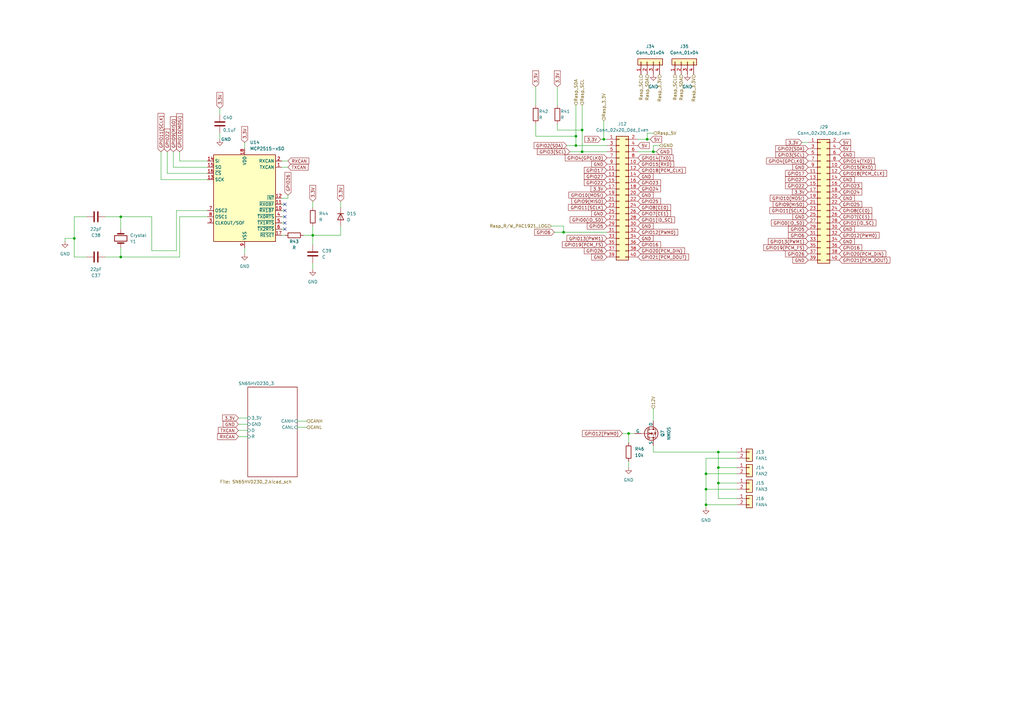
<source format=kicad_sch>
(kicad_sch (version 20230121) (generator eeschema)

  (uuid 75d8f8f8-f4ea-4c25-8ce4-2a31577a3af4)

  (paper "A3")

  (title_block
    (rev "1")
  )

  (lib_symbols
    (symbol "Connector_Generic:Conn_01x02" (pin_names (offset 1.016) hide) (in_bom yes) (on_board yes)
      (property "Reference" "J" (at 0 2.54 0)
        (effects (font (size 1.27 1.27)))
      )
      (property "Value" "Conn_01x02" (at 0 -5.08 0)
        (effects (font (size 1.27 1.27)))
      )
      (property "Footprint" "" (at 0 0 0)
        (effects (font (size 1.27 1.27)) hide)
      )
      (property "Datasheet" "~" (at 0 0 0)
        (effects (font (size 1.27 1.27)) hide)
      )
      (property "ki_keywords" "connector" (at 0 0 0)
        (effects (font (size 1.27 1.27)) hide)
      )
      (property "ki_description" "Generic connector, single row, 01x02, script generated (kicad-library-utils/schlib/autogen/connector/)" (at 0 0 0)
        (effects (font (size 1.27 1.27)) hide)
      )
      (property "ki_fp_filters" "Connector*:*_1x??_*" (at 0 0 0)
        (effects (font (size 1.27 1.27)) hide)
      )
      (symbol "Conn_01x02_1_1"
        (rectangle (start -1.27 -2.413) (end 0 -2.667)
          (stroke (width 0.1524) (type default))
          (fill (type none))
        )
        (rectangle (start -1.27 0.127) (end 0 -0.127)
          (stroke (width 0.1524) (type default))
          (fill (type none))
        )
        (rectangle (start -1.27 1.27) (end 1.27 -3.81)
          (stroke (width 0.254) (type default))
          (fill (type background))
        )
        (pin passive line (at -5.08 0 0) (length 3.81)
          (name "Pin_1" (effects (font (size 1.27 1.27))))
          (number "1" (effects (font (size 1.27 1.27))))
        )
        (pin passive line (at -5.08 -2.54 0) (length 3.81)
          (name "Pin_2" (effects (font (size 1.27 1.27))))
          (number "2" (effects (font (size 1.27 1.27))))
        )
      )
    )
    (symbol "Connector_Generic:Conn_01x04" (pin_names (offset 1.016) hide) (in_bom yes) (on_board yes)
      (property "Reference" "J" (at 0 5.08 0)
        (effects (font (size 1.27 1.27)))
      )
      (property "Value" "Conn_01x04" (at 0 -7.62 0)
        (effects (font (size 1.27 1.27)))
      )
      (property "Footprint" "" (at 0 0 0)
        (effects (font (size 1.27 1.27)) hide)
      )
      (property "Datasheet" "~" (at 0 0 0)
        (effects (font (size 1.27 1.27)) hide)
      )
      (property "ki_keywords" "connector" (at 0 0 0)
        (effects (font (size 1.27 1.27)) hide)
      )
      (property "ki_description" "Generic connector, single row, 01x04, script generated (kicad-library-utils/schlib/autogen/connector/)" (at 0 0 0)
        (effects (font (size 1.27 1.27)) hide)
      )
      (property "ki_fp_filters" "Connector*:*_1x??_*" (at 0 0 0)
        (effects (font (size 1.27 1.27)) hide)
      )
      (symbol "Conn_01x04_1_1"
        (rectangle (start -1.27 -4.953) (end 0 -5.207)
          (stroke (width 0.1524) (type default))
          (fill (type none))
        )
        (rectangle (start -1.27 -2.413) (end 0 -2.667)
          (stroke (width 0.1524) (type default))
          (fill (type none))
        )
        (rectangle (start -1.27 0.127) (end 0 -0.127)
          (stroke (width 0.1524) (type default))
          (fill (type none))
        )
        (rectangle (start -1.27 2.667) (end 0 2.413)
          (stroke (width 0.1524) (type default))
          (fill (type none))
        )
        (rectangle (start -1.27 3.81) (end 1.27 -6.35)
          (stroke (width 0.254) (type default))
          (fill (type background))
        )
        (pin passive line (at -5.08 2.54 0) (length 3.81)
          (name "Pin_1" (effects (font (size 1.27 1.27))))
          (number "1" (effects (font (size 1.27 1.27))))
        )
        (pin passive line (at -5.08 0 0) (length 3.81)
          (name "Pin_2" (effects (font (size 1.27 1.27))))
          (number "2" (effects (font (size 1.27 1.27))))
        )
        (pin passive line (at -5.08 -2.54 0) (length 3.81)
          (name "Pin_3" (effects (font (size 1.27 1.27))))
          (number "3" (effects (font (size 1.27 1.27))))
        )
        (pin passive line (at -5.08 -5.08 0) (length 3.81)
          (name "Pin_4" (effects (font (size 1.27 1.27))))
          (number "4" (effects (font (size 1.27 1.27))))
        )
      )
    )
    (symbol "Connector_Generic:Conn_02x20_Odd_Even" (pin_names (offset 1.016) hide) (in_bom yes) (on_board yes)
      (property "Reference" "J" (at 1.27 25.4 0)
        (effects (font (size 1.27 1.27)))
      )
      (property "Value" "Conn_02x20_Odd_Even" (at 1.27 -27.94 0)
        (effects (font (size 1.27 1.27)))
      )
      (property "Footprint" "" (at 0 0 0)
        (effects (font (size 1.27 1.27)) hide)
      )
      (property "Datasheet" "~" (at 0 0 0)
        (effects (font (size 1.27 1.27)) hide)
      )
      (property "ki_keywords" "connector" (at 0 0 0)
        (effects (font (size 1.27 1.27)) hide)
      )
      (property "ki_description" "Generic connector, double row, 02x20, odd/even pin numbering scheme (row 1 odd numbers, row 2 even numbers), script generated (kicad-library-utils/schlib/autogen/connector/)" (at 0 0 0)
        (effects (font (size 1.27 1.27)) hide)
      )
      (property "ki_fp_filters" "Connector*:*_2x??_*" (at 0 0 0)
        (effects (font (size 1.27 1.27)) hide)
      )
      (symbol "Conn_02x20_Odd_Even_1_1"
        (rectangle (start -1.27 -25.273) (end 0 -25.527)
          (stroke (width 0.1524) (type default))
          (fill (type none))
        )
        (rectangle (start -1.27 -22.733) (end 0 -22.987)
          (stroke (width 0.1524) (type default))
          (fill (type none))
        )
        (rectangle (start -1.27 -20.193) (end 0 -20.447)
          (stroke (width 0.1524) (type default))
          (fill (type none))
        )
        (rectangle (start -1.27 -17.653) (end 0 -17.907)
          (stroke (width 0.1524) (type default))
          (fill (type none))
        )
        (rectangle (start -1.27 -15.113) (end 0 -15.367)
          (stroke (width 0.1524) (type default))
          (fill (type none))
        )
        (rectangle (start -1.27 -12.573) (end 0 -12.827)
          (stroke (width 0.1524) (type default))
          (fill (type none))
        )
        (rectangle (start -1.27 -10.033) (end 0 -10.287)
          (stroke (width 0.1524) (type default))
          (fill (type none))
        )
        (rectangle (start -1.27 -7.493) (end 0 -7.747)
          (stroke (width 0.1524) (type default))
          (fill (type none))
        )
        (rectangle (start -1.27 -4.953) (end 0 -5.207)
          (stroke (width 0.1524) (type default))
          (fill (type none))
        )
        (rectangle (start -1.27 -2.413) (end 0 -2.667)
          (stroke (width 0.1524) (type default))
          (fill (type none))
        )
        (rectangle (start -1.27 0.127) (end 0 -0.127)
          (stroke (width 0.1524) (type default))
          (fill (type none))
        )
        (rectangle (start -1.27 2.667) (end 0 2.413)
          (stroke (width 0.1524) (type default))
          (fill (type none))
        )
        (rectangle (start -1.27 5.207) (end 0 4.953)
          (stroke (width 0.1524) (type default))
          (fill (type none))
        )
        (rectangle (start -1.27 7.747) (end 0 7.493)
          (stroke (width 0.1524) (type default))
          (fill (type none))
        )
        (rectangle (start -1.27 10.287) (end 0 10.033)
          (stroke (width 0.1524) (type default))
          (fill (type none))
        )
        (rectangle (start -1.27 12.827) (end 0 12.573)
          (stroke (width 0.1524) (type default))
          (fill (type none))
        )
        (rectangle (start -1.27 15.367) (end 0 15.113)
          (stroke (width 0.1524) (type default))
          (fill (type none))
        )
        (rectangle (start -1.27 17.907) (end 0 17.653)
          (stroke (width 0.1524) (type default))
          (fill (type none))
        )
        (rectangle (start -1.27 20.447) (end 0 20.193)
          (stroke (width 0.1524) (type default))
          (fill (type none))
        )
        (rectangle (start -1.27 22.987) (end 0 22.733)
          (stroke (width 0.1524) (type default))
          (fill (type none))
        )
        (rectangle (start -1.27 24.13) (end 3.81 -26.67)
          (stroke (width 0.254) (type default))
          (fill (type background))
        )
        (rectangle (start 3.81 -25.273) (end 2.54 -25.527)
          (stroke (width 0.1524) (type default))
          (fill (type none))
        )
        (rectangle (start 3.81 -22.733) (end 2.54 -22.987)
          (stroke (width 0.1524) (type default))
          (fill (type none))
        )
        (rectangle (start 3.81 -20.193) (end 2.54 -20.447)
          (stroke (width 0.1524) (type default))
          (fill (type none))
        )
        (rectangle (start 3.81 -17.653) (end 2.54 -17.907)
          (stroke (width 0.1524) (type default))
          (fill (type none))
        )
        (rectangle (start 3.81 -15.113) (end 2.54 -15.367)
          (stroke (width 0.1524) (type default))
          (fill (type none))
        )
        (rectangle (start 3.81 -12.573) (end 2.54 -12.827)
          (stroke (width 0.1524) (type default))
          (fill (type none))
        )
        (rectangle (start 3.81 -10.033) (end 2.54 -10.287)
          (stroke (width 0.1524) (type default))
          (fill (type none))
        )
        (rectangle (start 3.81 -7.493) (end 2.54 -7.747)
          (stroke (width 0.1524) (type default))
          (fill (type none))
        )
        (rectangle (start 3.81 -4.953) (end 2.54 -5.207)
          (stroke (width 0.1524) (type default))
          (fill (type none))
        )
        (rectangle (start 3.81 -2.413) (end 2.54 -2.667)
          (stroke (width 0.1524) (type default))
          (fill (type none))
        )
        (rectangle (start 3.81 0.127) (end 2.54 -0.127)
          (stroke (width 0.1524) (type default))
          (fill (type none))
        )
        (rectangle (start 3.81 2.667) (end 2.54 2.413)
          (stroke (width 0.1524) (type default))
          (fill (type none))
        )
        (rectangle (start 3.81 5.207) (end 2.54 4.953)
          (stroke (width 0.1524) (type default))
          (fill (type none))
        )
        (rectangle (start 3.81 7.747) (end 2.54 7.493)
          (stroke (width 0.1524) (type default))
          (fill (type none))
        )
        (rectangle (start 3.81 10.287) (end 2.54 10.033)
          (stroke (width 0.1524) (type default))
          (fill (type none))
        )
        (rectangle (start 3.81 12.827) (end 2.54 12.573)
          (stroke (width 0.1524) (type default))
          (fill (type none))
        )
        (rectangle (start 3.81 15.367) (end 2.54 15.113)
          (stroke (width 0.1524) (type default))
          (fill (type none))
        )
        (rectangle (start 3.81 17.907) (end 2.54 17.653)
          (stroke (width 0.1524) (type default))
          (fill (type none))
        )
        (rectangle (start 3.81 20.447) (end 2.54 20.193)
          (stroke (width 0.1524) (type default))
          (fill (type none))
        )
        (rectangle (start 3.81 22.987) (end 2.54 22.733)
          (stroke (width 0.1524) (type default))
          (fill (type none))
        )
        (pin passive line (at -5.08 22.86 0) (length 3.81)
          (name "Pin_1" (effects (font (size 1.27 1.27))))
          (number "1" (effects (font (size 1.27 1.27))))
        )
        (pin passive line (at 7.62 12.7 180) (length 3.81)
          (name "Pin_10" (effects (font (size 1.27 1.27))))
          (number "10" (effects (font (size 1.27 1.27))))
        )
        (pin passive line (at -5.08 10.16 0) (length 3.81)
          (name "Pin_11" (effects (font (size 1.27 1.27))))
          (number "11" (effects (font (size 1.27 1.27))))
        )
        (pin passive line (at 7.62 10.16 180) (length 3.81)
          (name "Pin_12" (effects (font (size 1.27 1.27))))
          (number "12" (effects (font (size 1.27 1.27))))
        )
        (pin passive line (at -5.08 7.62 0) (length 3.81)
          (name "Pin_13" (effects (font (size 1.27 1.27))))
          (number "13" (effects (font (size 1.27 1.27))))
        )
        (pin passive line (at 7.62 7.62 180) (length 3.81)
          (name "Pin_14" (effects (font (size 1.27 1.27))))
          (number "14" (effects (font (size 1.27 1.27))))
        )
        (pin passive line (at -5.08 5.08 0) (length 3.81)
          (name "Pin_15" (effects (font (size 1.27 1.27))))
          (number "15" (effects (font (size 1.27 1.27))))
        )
        (pin passive line (at 7.62 5.08 180) (length 3.81)
          (name "Pin_16" (effects (font (size 1.27 1.27))))
          (number "16" (effects (font (size 1.27 1.27))))
        )
        (pin passive line (at -5.08 2.54 0) (length 3.81)
          (name "Pin_17" (effects (font (size 1.27 1.27))))
          (number "17" (effects (font (size 1.27 1.27))))
        )
        (pin passive line (at 7.62 2.54 180) (length 3.81)
          (name "Pin_18" (effects (font (size 1.27 1.27))))
          (number "18" (effects (font (size 1.27 1.27))))
        )
        (pin passive line (at -5.08 0 0) (length 3.81)
          (name "Pin_19" (effects (font (size 1.27 1.27))))
          (number "19" (effects (font (size 1.27 1.27))))
        )
        (pin passive line (at 7.62 22.86 180) (length 3.81)
          (name "Pin_2" (effects (font (size 1.27 1.27))))
          (number "2" (effects (font (size 1.27 1.27))))
        )
        (pin passive line (at 7.62 0 180) (length 3.81)
          (name "Pin_20" (effects (font (size 1.27 1.27))))
          (number "20" (effects (font (size 1.27 1.27))))
        )
        (pin passive line (at -5.08 -2.54 0) (length 3.81)
          (name "Pin_21" (effects (font (size 1.27 1.27))))
          (number "21" (effects (font (size 1.27 1.27))))
        )
        (pin passive line (at 7.62 -2.54 180) (length 3.81)
          (name "Pin_22" (effects (font (size 1.27 1.27))))
          (number "22" (effects (font (size 1.27 1.27))))
        )
        (pin passive line (at -5.08 -5.08 0) (length 3.81)
          (name "Pin_23" (effects (font (size 1.27 1.27))))
          (number "23" (effects (font (size 1.27 1.27))))
        )
        (pin passive line (at 7.62 -5.08 180) (length 3.81)
          (name "Pin_24" (effects (font (size 1.27 1.27))))
          (number "24" (effects (font (size 1.27 1.27))))
        )
        (pin passive line (at -5.08 -7.62 0) (length 3.81)
          (name "Pin_25" (effects (font (size 1.27 1.27))))
          (number "25" (effects (font (size 1.27 1.27))))
        )
        (pin passive line (at 7.62 -7.62 180) (length 3.81)
          (name "Pin_26" (effects (font (size 1.27 1.27))))
          (number "26" (effects (font (size 1.27 1.27))))
        )
        (pin passive line (at -5.08 -10.16 0) (length 3.81)
          (name "Pin_27" (effects (font (size 1.27 1.27))))
          (number "27" (effects (font (size 1.27 1.27))))
        )
        (pin passive line (at 7.62 -10.16 180) (length 3.81)
          (name "Pin_28" (effects (font (size 1.27 1.27))))
          (number "28" (effects (font (size 1.27 1.27))))
        )
        (pin passive line (at -5.08 -12.7 0) (length 3.81)
          (name "Pin_29" (effects (font (size 1.27 1.27))))
          (number "29" (effects (font (size 1.27 1.27))))
        )
        (pin passive line (at -5.08 20.32 0) (length 3.81)
          (name "Pin_3" (effects (font (size 1.27 1.27))))
          (number "3" (effects (font (size 1.27 1.27))))
        )
        (pin passive line (at 7.62 -12.7 180) (length 3.81)
          (name "Pin_30" (effects (font (size 1.27 1.27))))
          (number "30" (effects (font (size 1.27 1.27))))
        )
        (pin passive line (at -5.08 -15.24 0) (length 3.81)
          (name "Pin_31" (effects (font (size 1.27 1.27))))
          (number "31" (effects (font (size 1.27 1.27))))
        )
        (pin passive line (at 7.62 -15.24 180) (length 3.81)
          (name "Pin_32" (effects (font (size 1.27 1.27))))
          (number "32" (effects (font (size 1.27 1.27))))
        )
        (pin passive line (at -5.08 -17.78 0) (length 3.81)
          (name "Pin_33" (effects (font (size 1.27 1.27))))
          (number "33" (effects (font (size 1.27 1.27))))
        )
        (pin passive line (at 7.62 -17.78 180) (length 3.81)
          (name "Pin_34" (effects (font (size 1.27 1.27))))
          (number "34" (effects (font (size 1.27 1.27))))
        )
        (pin passive line (at -5.08 -20.32 0) (length 3.81)
          (name "Pin_35" (effects (font (size 1.27 1.27))))
          (number "35" (effects (font (size 1.27 1.27))))
        )
        (pin passive line (at 7.62 -20.32 180) (length 3.81)
          (name "Pin_36" (effects (font (size 1.27 1.27))))
          (number "36" (effects (font (size 1.27 1.27))))
        )
        (pin passive line (at -5.08 -22.86 0) (length 3.81)
          (name "Pin_37" (effects (font (size 1.27 1.27))))
          (number "37" (effects (font (size 1.27 1.27))))
        )
        (pin passive line (at 7.62 -22.86 180) (length 3.81)
          (name "Pin_38" (effects (font (size 1.27 1.27))))
          (number "38" (effects (font (size 1.27 1.27))))
        )
        (pin passive line (at -5.08 -25.4 0) (length 3.81)
          (name "Pin_39" (effects (font (size 1.27 1.27))))
          (number "39" (effects (font (size 1.27 1.27))))
        )
        (pin passive line (at 7.62 20.32 180) (length 3.81)
          (name "Pin_4" (effects (font (size 1.27 1.27))))
          (number "4" (effects (font (size 1.27 1.27))))
        )
        (pin passive line (at 7.62 -25.4 180) (length 3.81)
          (name "Pin_40" (effects (font (size 1.27 1.27))))
          (number "40" (effects (font (size 1.27 1.27))))
        )
        (pin passive line (at -5.08 17.78 0) (length 3.81)
          (name "Pin_5" (effects (font (size 1.27 1.27))))
          (number "5" (effects (font (size 1.27 1.27))))
        )
        (pin passive line (at 7.62 17.78 180) (length 3.81)
          (name "Pin_6" (effects (font (size 1.27 1.27))))
          (number "6" (effects (font (size 1.27 1.27))))
        )
        (pin passive line (at -5.08 15.24 0) (length 3.81)
          (name "Pin_7" (effects (font (size 1.27 1.27))))
          (number "7" (effects (font (size 1.27 1.27))))
        )
        (pin passive line (at 7.62 15.24 180) (length 3.81)
          (name "Pin_8" (effects (font (size 1.27 1.27))))
          (number "8" (effects (font (size 1.27 1.27))))
        )
        (pin passive line (at -5.08 12.7 0) (length 3.81)
          (name "Pin_9" (effects (font (size 1.27 1.27))))
          (number "9" (effects (font (size 1.27 1.27))))
        )
      )
    )
    (symbol "Device:C" (pin_numbers hide) (pin_names (offset 0.254)) (in_bom yes) (on_board yes)
      (property "Reference" "C" (at 0.635 2.54 0)
        (effects (font (size 1.27 1.27)) (justify left))
      )
      (property "Value" "C" (at 0.635 -2.54 0)
        (effects (font (size 1.27 1.27)) (justify left))
      )
      (property "Footprint" "" (at 0.9652 -3.81 0)
        (effects (font (size 1.27 1.27)) hide)
      )
      (property "Datasheet" "~" (at 0 0 0)
        (effects (font (size 1.27 1.27)) hide)
      )
      (property "ki_keywords" "cap capacitor" (at 0 0 0)
        (effects (font (size 1.27 1.27)) hide)
      )
      (property "ki_description" "Unpolarized capacitor" (at 0 0 0)
        (effects (font (size 1.27 1.27)) hide)
      )
      (property "ki_fp_filters" "C_*" (at 0 0 0)
        (effects (font (size 1.27 1.27)) hide)
      )
      (symbol "C_0_1"
        (polyline
          (pts
            (xy -2.032 -0.762)
            (xy 2.032 -0.762)
          )
          (stroke (width 0.508) (type default))
          (fill (type none))
        )
        (polyline
          (pts
            (xy -2.032 0.762)
            (xy 2.032 0.762)
          )
          (stroke (width 0.508) (type default))
          (fill (type none))
        )
      )
      (symbol "C_1_1"
        (pin passive line (at 0 3.81 270) (length 2.794)
          (name "~" (effects (font (size 1.27 1.27))))
          (number "1" (effects (font (size 1.27 1.27))))
        )
        (pin passive line (at 0 -3.81 90) (length 2.794)
          (name "~" (effects (font (size 1.27 1.27))))
          (number "2" (effects (font (size 1.27 1.27))))
        )
      )
    )
    (symbol "Device:Crystal" (pin_numbers hide) (pin_names (offset 1.016) hide) (in_bom yes) (on_board yes)
      (property "Reference" "Y" (at 0 3.81 0)
        (effects (font (size 1.27 1.27)))
      )
      (property "Value" "Crystal" (at 0 -3.81 0)
        (effects (font (size 1.27 1.27)))
      )
      (property "Footprint" "" (at 0 0 0)
        (effects (font (size 1.27 1.27)) hide)
      )
      (property "Datasheet" "~" (at 0 0 0)
        (effects (font (size 1.27 1.27)) hide)
      )
      (property "ki_keywords" "quartz ceramic resonator oscillator" (at 0 0 0)
        (effects (font (size 1.27 1.27)) hide)
      )
      (property "ki_description" "Two pin crystal" (at 0 0 0)
        (effects (font (size 1.27 1.27)) hide)
      )
      (property "ki_fp_filters" "Crystal*" (at 0 0 0)
        (effects (font (size 1.27 1.27)) hide)
      )
      (symbol "Crystal_0_1"
        (rectangle (start -1.143 2.54) (end 1.143 -2.54)
          (stroke (width 0.3048) (type default))
          (fill (type none))
        )
        (polyline
          (pts
            (xy -2.54 0)
            (xy -1.905 0)
          )
          (stroke (width 0) (type default))
          (fill (type none))
        )
        (polyline
          (pts
            (xy -1.905 -1.27)
            (xy -1.905 1.27)
          )
          (stroke (width 0.508) (type default))
          (fill (type none))
        )
        (polyline
          (pts
            (xy 1.905 -1.27)
            (xy 1.905 1.27)
          )
          (stroke (width 0.508) (type default))
          (fill (type none))
        )
        (polyline
          (pts
            (xy 2.54 0)
            (xy 1.905 0)
          )
          (stroke (width 0) (type default))
          (fill (type none))
        )
      )
      (symbol "Crystal_1_1"
        (pin passive line (at -3.81 0 0) (length 1.27)
          (name "1" (effects (font (size 1.27 1.27))))
          (number "1" (effects (font (size 1.27 1.27))))
        )
        (pin passive line (at 3.81 0 180) (length 1.27)
          (name "2" (effects (font (size 1.27 1.27))))
          (number "2" (effects (font (size 1.27 1.27))))
        )
      )
    )
    (symbol "Device:D" (pin_numbers hide) (pin_names (offset 1.016) hide) (in_bom yes) (on_board yes)
      (property "Reference" "D" (at 0 2.54 0)
        (effects (font (size 1.27 1.27)))
      )
      (property "Value" "D" (at 0 -2.54 0)
        (effects (font (size 1.27 1.27)))
      )
      (property "Footprint" "" (at 0 0 0)
        (effects (font (size 1.27 1.27)) hide)
      )
      (property "Datasheet" "~" (at 0 0 0)
        (effects (font (size 1.27 1.27)) hide)
      )
      (property "Sim.Device" "D" (at 0 0 0)
        (effects (font (size 1.27 1.27)) hide)
      )
      (property "Sim.Pins" "1=K 2=A" (at 0 0 0)
        (effects (font (size 1.27 1.27)) hide)
      )
      (property "ki_keywords" "diode" (at 0 0 0)
        (effects (font (size 1.27 1.27)) hide)
      )
      (property "ki_description" "Diode" (at 0 0 0)
        (effects (font (size 1.27 1.27)) hide)
      )
      (property "ki_fp_filters" "TO-???* *_Diode_* *SingleDiode* D_*" (at 0 0 0)
        (effects (font (size 1.27 1.27)) hide)
      )
      (symbol "D_0_1"
        (polyline
          (pts
            (xy -1.27 1.27)
            (xy -1.27 -1.27)
          )
          (stroke (width 0.254) (type default))
          (fill (type none))
        )
        (polyline
          (pts
            (xy 1.27 0)
            (xy -1.27 0)
          )
          (stroke (width 0) (type default))
          (fill (type none))
        )
        (polyline
          (pts
            (xy 1.27 1.27)
            (xy 1.27 -1.27)
            (xy -1.27 0)
            (xy 1.27 1.27)
          )
          (stroke (width 0.254) (type default))
          (fill (type none))
        )
      )
      (symbol "D_1_1"
        (pin passive line (at -3.81 0 0) (length 2.54)
          (name "K" (effects (font (size 1.27 1.27))))
          (number "1" (effects (font (size 1.27 1.27))))
        )
        (pin passive line (at 3.81 0 180) (length 2.54)
          (name "A" (effects (font (size 1.27 1.27))))
          (number "2" (effects (font (size 1.27 1.27))))
        )
      )
    )
    (symbol "Device:R" (pin_numbers hide) (pin_names (offset 0)) (in_bom yes) (on_board yes)
      (property "Reference" "R" (at 2.032 0 90)
        (effects (font (size 1.27 1.27)))
      )
      (property "Value" "R" (at 0 0 90)
        (effects (font (size 1.27 1.27)))
      )
      (property "Footprint" "" (at -1.778 0 90)
        (effects (font (size 1.27 1.27)) hide)
      )
      (property "Datasheet" "~" (at 0 0 0)
        (effects (font (size 1.27 1.27)) hide)
      )
      (property "ki_keywords" "R res resistor" (at 0 0 0)
        (effects (font (size 1.27 1.27)) hide)
      )
      (property "ki_description" "Resistor" (at 0 0 0)
        (effects (font (size 1.27 1.27)) hide)
      )
      (property "ki_fp_filters" "R_*" (at 0 0 0)
        (effects (font (size 1.27 1.27)) hide)
      )
      (symbol "R_0_1"
        (rectangle (start -1.016 -2.54) (end 1.016 2.54)
          (stroke (width 0.254) (type default))
          (fill (type none))
        )
      )
      (symbol "R_1_1"
        (pin passive line (at 0 3.81 270) (length 1.27)
          (name "~" (effects (font (size 1.27 1.27))))
          (number "1" (effects (font (size 1.27 1.27))))
        )
        (pin passive line (at 0 -3.81 90) (length 1.27)
          (name "~" (effects (font (size 1.27 1.27))))
          (number "2" (effects (font (size 1.27 1.27))))
        )
      )
    )
    (symbol "Interface_CAN_LIN:MCP2515-xSO" (in_bom yes) (on_board yes)
      (property "Reference" "U" (at -10.16 19.685 0)
        (effects (font (size 1.27 1.27)) (justify right))
      )
      (property "Value" "MCP2515-xSO" (at 19.05 20.32 0)
        (effects (font (size 1.27 1.27)) (justify right top))
      )
      (property "Footprint" "Package_SO:SOIC-18W_7.5x11.6mm_P1.27mm" (at 0 -22.86 0)
        (effects (font (size 1.27 1.27) italic) hide)
      )
      (property "Datasheet" "http://ww1.microchip.com/downloads/en/DeviceDoc/21801e.pdf" (at 2.54 -20.32 0)
        (effects (font (size 1.27 1.27)) hide)
      )
      (property "ki_keywords" "CAN Controller SPI" (at 0 0 0)
        (effects (font (size 1.27 1.27)) hide)
      )
      (property "ki_description" "Stand-Alone CAN Controller with SPI Interface, SOIC-18" (at 0 0 0)
        (effects (font (size 1.27 1.27)) hide)
      )
      (property "ki_fp_filters" "SOIC*7.5x11.6mm*P1.27mm*" (at 0 0 0)
        (effects (font (size 1.27 1.27)) hide)
      )
      (symbol "MCP2515-xSO_0_1"
        (rectangle (start -12.7 17.78) (end 12.7 -17.78)
          (stroke (width 0.254) (type default))
          (fill (type background))
        )
      )
      (symbol "MCP2515-xSO_1_1"
        (pin output line (at 15.24 12.7 180) (length 2.54)
          (name "TXCAN" (effects (font (size 1.27 1.27))))
          (number "1" (effects (font (size 1.27 1.27))))
        )
        (pin output line (at 15.24 -5.08 180) (length 2.54)
          (name "~{RX1BF}" (effects (font (size 1.27 1.27))))
          (number "10" (effects (font (size 1.27 1.27))))
        )
        (pin output line (at 15.24 -2.54 180) (length 2.54)
          (name "~{RX0BF}" (effects (font (size 1.27 1.27))))
          (number "11" (effects (font (size 1.27 1.27))))
        )
        (pin output line (at 15.24 0 180) (length 2.54)
          (name "~{INT}" (effects (font (size 1.27 1.27))))
          (number "12" (effects (font (size 1.27 1.27))))
        )
        (pin input line (at -15.24 7.62 0) (length 2.54)
          (name "SCK" (effects (font (size 1.27 1.27))))
          (number "13" (effects (font (size 1.27 1.27))))
        )
        (pin input line (at -15.24 15.24 0) (length 2.54)
          (name "SI" (effects (font (size 1.27 1.27))))
          (number "14" (effects (font (size 1.27 1.27))))
        )
        (pin output line (at -15.24 12.7 0) (length 2.54)
          (name "SO" (effects (font (size 1.27 1.27))))
          (number "15" (effects (font (size 1.27 1.27))))
        )
        (pin input line (at -15.24 10.16 0) (length 2.54)
          (name "~{CS}" (effects (font (size 1.27 1.27))))
          (number "16" (effects (font (size 1.27 1.27))))
        )
        (pin input line (at 15.24 -15.24 180) (length 2.54)
          (name "~{RESET}" (effects (font (size 1.27 1.27))))
          (number "17" (effects (font (size 1.27 1.27))))
        )
        (pin power_in line (at 0 20.32 270) (length 2.54)
          (name "VDD" (effects (font (size 1.27 1.27))))
          (number "18" (effects (font (size 1.27 1.27))))
        )
        (pin input line (at 15.24 15.24 180) (length 2.54)
          (name "RXCAN" (effects (font (size 1.27 1.27))))
          (number "2" (effects (font (size 1.27 1.27))))
        )
        (pin output line (at -15.24 -10.16 0) (length 2.54)
          (name "CLKOUT/SOF" (effects (font (size 1.27 1.27))))
          (number "3" (effects (font (size 1.27 1.27))))
        )
        (pin input line (at 15.24 -7.62 180) (length 2.54)
          (name "~{TX0RTS}" (effects (font (size 1.27 1.27))))
          (number "4" (effects (font (size 1.27 1.27))))
        )
        (pin input line (at 15.24 -10.16 180) (length 2.54)
          (name "~{TX1RTS}" (effects (font (size 1.27 1.27))))
          (number "5" (effects (font (size 1.27 1.27))))
        )
        (pin input line (at 15.24 -12.7 180) (length 2.54)
          (name "~{TX2RTS}" (effects (font (size 1.27 1.27))))
          (number "6" (effects (font (size 1.27 1.27))))
        )
        (pin output line (at -15.24 -5.08 0) (length 2.54)
          (name "OSC2" (effects (font (size 1.27 1.27))))
          (number "7" (effects (font (size 1.27 1.27))))
        )
        (pin input line (at -15.24 -7.62 0) (length 2.54)
          (name "OSC1" (effects (font (size 1.27 1.27))))
          (number "8" (effects (font (size 1.27 1.27))))
        )
        (pin power_in line (at 0 -20.32 90) (length 2.54)
          (name "VSS" (effects (font (size 1.27 1.27))))
          (number "9" (effects (font (size 1.27 1.27))))
        )
      )
    )
    (symbol "Simulation_SPICE:NMOS" (pin_numbers hide) (pin_names (offset 0)) (in_bom yes) (on_board yes)
      (property "Reference" "Q" (at 5.08 1.27 0)
        (effects (font (size 1.27 1.27)) (justify left))
      )
      (property "Value" "NMOS" (at 5.08 -1.27 0)
        (effects (font (size 1.27 1.27)) (justify left))
      )
      (property "Footprint" "" (at 5.08 2.54 0)
        (effects (font (size 1.27 1.27)) hide)
      )
      (property "Datasheet" "https://ngspice.sourceforge.io/docs/ngspice-manual.pdf" (at 0 -12.7 0)
        (effects (font (size 1.27 1.27)) hide)
      )
      (property "Sim.Device" "NMOS" (at 0 -17.145 0)
        (effects (font (size 1.27 1.27)) hide)
      )
      (property "Sim.Type" "VDMOS" (at 0 -19.05 0)
        (effects (font (size 1.27 1.27)) hide)
      )
      (property "Sim.Pins" "1=D 2=G 3=S" (at 0 -15.24 0)
        (effects (font (size 1.27 1.27)) hide)
      )
      (property "ki_keywords" "transistor NMOS N-MOS N-MOSFET simulation" (at 0 0 0)
        (effects (font (size 1.27 1.27)) hide)
      )
      (property "ki_description" "N-MOSFET transistor, drain/source/gate" (at 0 0 0)
        (effects (font (size 1.27 1.27)) hide)
      )
      (symbol "NMOS_0_1"
        (polyline
          (pts
            (xy 0.254 0)
            (xy -2.54 0)
          )
          (stroke (width 0) (type default))
          (fill (type none))
        )
        (polyline
          (pts
            (xy 0.254 1.905)
            (xy 0.254 -1.905)
          )
          (stroke (width 0.254) (type default))
          (fill (type none))
        )
        (polyline
          (pts
            (xy 0.762 -1.27)
            (xy 0.762 -2.286)
          )
          (stroke (width 0.254) (type default))
          (fill (type none))
        )
        (polyline
          (pts
            (xy 0.762 0.508)
            (xy 0.762 -0.508)
          )
          (stroke (width 0.254) (type default))
          (fill (type none))
        )
        (polyline
          (pts
            (xy 0.762 2.286)
            (xy 0.762 1.27)
          )
          (stroke (width 0.254) (type default))
          (fill (type none))
        )
        (polyline
          (pts
            (xy 2.54 2.54)
            (xy 2.54 1.778)
          )
          (stroke (width 0) (type default))
          (fill (type none))
        )
        (polyline
          (pts
            (xy 2.54 -2.54)
            (xy 2.54 0)
            (xy 0.762 0)
          )
          (stroke (width 0) (type default))
          (fill (type none))
        )
        (polyline
          (pts
            (xy 0.762 -1.778)
            (xy 3.302 -1.778)
            (xy 3.302 1.778)
            (xy 0.762 1.778)
          )
          (stroke (width 0) (type default))
          (fill (type none))
        )
        (polyline
          (pts
            (xy 1.016 0)
            (xy 2.032 0.381)
            (xy 2.032 -0.381)
            (xy 1.016 0)
          )
          (stroke (width 0) (type default))
          (fill (type outline))
        )
        (polyline
          (pts
            (xy 2.794 0.508)
            (xy 2.921 0.381)
            (xy 3.683 0.381)
            (xy 3.81 0.254)
          )
          (stroke (width 0) (type default))
          (fill (type none))
        )
        (polyline
          (pts
            (xy 3.302 0.381)
            (xy 2.921 -0.254)
            (xy 3.683 -0.254)
            (xy 3.302 0.381)
          )
          (stroke (width 0) (type default))
          (fill (type none))
        )
        (circle (center 1.651 0) (radius 2.794)
          (stroke (width 0.254) (type default))
          (fill (type none))
        )
        (circle (center 2.54 -1.778) (radius 0.254)
          (stroke (width 0) (type default))
          (fill (type outline))
        )
        (circle (center 2.54 1.778) (radius 0.254)
          (stroke (width 0) (type default))
          (fill (type outline))
        )
      )
      (symbol "NMOS_1_1"
        (pin passive line (at 2.54 5.08 270) (length 2.54)
          (name "D" (effects (font (size 1.27 1.27))))
          (number "1" (effects (font (size 1.27 1.27))))
        )
        (pin input line (at -5.08 0 0) (length 2.54)
          (name "G" (effects (font (size 1.27 1.27))))
          (number "2" (effects (font (size 1.27 1.27))))
        )
        (pin passive line (at 2.54 -5.08 90) (length 2.54)
          (name "S" (effects (font (size 1.27 1.27))))
          (number "3" (effects (font (size 1.27 1.27))))
        )
      )
    )
    (symbol "power:GND" (power) (pin_names (offset 0)) (in_bom yes) (on_board yes)
      (property "Reference" "#PWR" (at 0 -6.35 0)
        (effects (font (size 1.27 1.27)) hide)
      )
      (property "Value" "GND" (at 0 -3.81 0)
        (effects (font (size 1.27 1.27)))
      )
      (property "Footprint" "" (at 0 0 0)
        (effects (font (size 1.27 1.27)) hide)
      )
      (property "Datasheet" "" (at 0 0 0)
        (effects (font (size 1.27 1.27)) hide)
      )
      (property "ki_keywords" "global power" (at 0 0 0)
        (effects (font (size 1.27 1.27)) hide)
      )
      (property "ki_description" "Power symbol creates a global label with name \"GND\" , ground" (at 0 0 0)
        (effects (font (size 1.27 1.27)) hide)
      )
      (symbol "GND_0_1"
        (polyline
          (pts
            (xy 0 0)
            (xy 0 -1.27)
            (xy 1.27 -1.27)
            (xy 0 -2.54)
            (xy -1.27 -1.27)
            (xy 0 -1.27)
          )
          (stroke (width 0) (type default))
          (fill (type none))
        )
      )
      (symbol "GND_1_1"
        (pin power_in line (at 0 0 270) (length 0) hide
          (name "GND" (effects (font (size 1.27 1.27))))
          (number "1" (effects (font (size 1.27 1.27))))
        )
      )
    )
  )

  (junction (at 294.64 198.12) (diameter 0) (color 0 0 0 0)
    (uuid 0484c13d-37f6-415e-8a5b-7aa7829c2541)
  )
  (junction (at 30.48 97.79) (diameter 0) (color 0 0 0 0)
    (uuid 1a898a40-9dfd-4740-87d4-11516e94a9ff)
  )
  (junction (at 238.76 53.34) (diameter 0) (color 0 0 0 0)
    (uuid 267374e0-5168-4244-8e70-ad62722dc57a)
  )
  (junction (at 238.76 62.23) (diameter 0) (color 0 0 0 0)
    (uuid 32386a87-5c2b-41d5-901c-4866c54a2d93)
  )
  (junction (at 128.27 96.52) (diameter 0) (color 0 0 0 0)
    (uuid 4af04eac-e796-4657-9fce-9f3f9179cdfe)
  )
  (junction (at 247.65 57.15) (diameter 0) (color 0 0 0 0)
    (uuid 4cc0a8e1-2e63-4118-b382-35519772c836)
  )
  (junction (at 49.53 88.9) (diameter 0) (color 0 0 0 0)
    (uuid 768a1697-1768-4956-9d69-d50a946c1de8)
  )
  (junction (at 236.22 59.69) (diameter 0) (color 0 0 0 0)
    (uuid 78e45d0e-1466-4cf0-af53-39f062248379)
  )
  (junction (at 49.53 105.41) (diameter 0) (color 0 0 0 0)
    (uuid 8041ac4f-5ff6-49d8-adda-a868d7c5d24b)
  )
  (junction (at 236.22 55.88) (diameter 0) (color 0 0 0 0)
    (uuid 8fa7c3ff-6529-4f04-aba9-34af90f17401)
  )
  (junction (at 265.43 57.15) (diameter 0) (color 0 0 0 0)
    (uuid a008abfe-ea3e-437f-bb62-6a7f304405de)
  )
  (junction (at 289.56 200.66) (diameter 0) (color 0 0 0 0)
    (uuid a9bfd70d-f8b1-4188-a824-d550d9a48cb8)
  )
  (junction (at 289.56 194.31) (diameter 0) (color 0 0 0 0)
    (uuid ab102ce0-091e-469b-aca0-fcc623c48dd8)
  )
  (junction (at 267.97 62.23) (diameter 0) (color 0 0 0 0)
    (uuid b8045164-e70e-4aba-a350-62a53cd6d91a)
  )
  (junction (at 231.14 95.25) (diameter 0) (color 0 0 0 0)
    (uuid b82fbaae-7154-47c2-a73f-a0925a8f24b4)
  )
  (junction (at 289.56 207.01) (diameter 0) (color 0 0 0 0)
    (uuid cba77044-d78f-456e-b6da-87158637e57a)
  )
  (junction (at 294.64 185.42) (diameter 0) (color 0 0 0 0)
    (uuid da37f73c-ac7f-4b8b-8473-b1c3f4793d94)
  )
  (junction (at 257.81 177.8) (diameter 0) (color 0 0 0 0)
    (uuid e50095fb-cb87-46f1-9bec-5f2ca4aeb09b)
  )
  (junction (at 294.64 191.77) (diameter 0) (color 0 0 0 0)
    (uuid ea0f6076-e914-4c1b-a8e5-43bdc2a6ade9)
  )

  (no_connect (at 116.84 86.36) (uuid 49a8c27d-3875-4cac-bed0-bdddf44b9bde))
  (no_connect (at 116.84 83.82) (uuid 59136d64-950c-4a9c-9295-320b21e8ffbc))
  (no_connect (at 116.84 91.44) (uuid 725d6d8d-02ed-4c7e-9cd8-226bd0a0d91c))
  (no_connect (at 116.84 93.98) (uuid 78d26995-661f-4bba-9120-89a4975f781f))
  (no_connect (at 116.84 88.9) (uuid d87ac3ca-ddda-4139-81af-61aead0c37d0))

  (wire (pts (xy 289.56 200.66) (xy 289.56 207.01))
    (stroke (width 0) (type default))
    (uuid 087103fc-9df1-4d8d-95b4-bd623d117f97)
  )
  (wire (pts (xy 100.33 101.6) (xy 100.33 104.14))
    (stroke (width 0) (type default))
    (uuid 091da4eb-ee25-4f14-ae56-dcd76c582336)
  )
  (wire (pts (xy 118.11 81.28) (xy 115.57 81.28))
    (stroke (width 0) (type default))
    (uuid 0a117d01-a362-4b42-9ff7-b3e926ed866d)
  )
  (wire (pts (xy 101.6 179.07) (xy 97.79 179.07))
    (stroke (width 0) (type default))
    (uuid 0f51389b-cba4-4f77-816f-aa8d531dc7d0)
  )
  (wire (pts (xy 101.6 176.53) (xy 97.79 176.53))
    (stroke (width 0) (type default))
    (uuid 14c2bd1d-259e-4c92-8875-f22b821a1de8)
  )
  (wire (pts (xy 49.53 105.41) (xy 49.53 101.6))
    (stroke (width 0) (type default))
    (uuid 17bb54f7-c674-48bf-b3c2-e89caa796675)
  )
  (wire (pts (xy 219.71 55.88) (xy 236.22 55.88))
    (stroke (width 0) (type default))
    (uuid 1a3a337b-3175-42f8-8ed2-de5b7cfa48f7)
  )
  (wire (pts (xy 236.22 55.88) (xy 236.22 59.69))
    (stroke (width 0) (type default))
    (uuid 1b675775-eb40-42e6-971a-8a28b5a3932f)
  )
  (wire (pts (xy 269.24 62.23) (xy 267.97 62.23))
    (stroke (width 0) (type default))
    (uuid 1cc76993-c8fd-47b0-a181-c4e7b8727ff6)
  )
  (wire (pts (xy 219.71 35.56) (xy 219.71 43.18))
    (stroke (width 0) (type default))
    (uuid 1d7cefcc-a2f9-479f-bdad-8613b8b4368d)
  )
  (wire (pts (xy 73.66 66.04) (xy 85.09 66.04))
    (stroke (width 0) (type default))
    (uuid 1e184138-cab6-48f3-9e1d-6b2eb9365518)
  )
  (wire (pts (xy 255.27 177.8) (xy 257.81 177.8))
    (stroke (width 0) (type default))
    (uuid 1e2bd9b5-e987-402d-8a22-aa0d31cd0926)
  )
  (wire (pts (xy 115.57 66.04) (xy 118.11 66.04))
    (stroke (width 0) (type default))
    (uuid 1e2f39ff-d420-4135-a388-46cf0807e61f)
  )
  (wire (pts (xy 26.67 97.79) (xy 30.48 97.79))
    (stroke (width 0) (type default))
    (uuid 1e921dc9-b225-4d1d-b22d-94a4bfa95176)
  )
  (wire (pts (xy 116.84 86.36) (xy 115.57 86.36))
    (stroke (width 0) (type default))
    (uuid 21d883e6-9213-4b18-a478-68a81d9834e2)
  )
  (wire (pts (xy 128.27 96.52) (xy 128.27 92.71))
    (stroke (width 0) (type default))
    (uuid 2886d94e-c945-4f48-8e56-52fc5eeabf2c)
  )
  (wire (pts (xy 267.97 62.23) (xy 261.62 62.23))
    (stroke (width 0) (type default))
    (uuid 296e7a6b-a7d2-4d04-86d1-eaed7a7221b8)
  )
  (wire (pts (xy 294.64 204.47) (xy 294.64 198.12))
    (stroke (width 0) (type default))
    (uuid 2a0d7b1e-3530-4e4d-8e41-ce6ad851a808)
  )
  (wire (pts (xy 128.27 96.52) (xy 128.27 100.33))
    (stroke (width 0) (type default))
    (uuid 2a6fcf1a-e31b-4793-95a4-da3a4ecb3cc0)
  )
  (wire (pts (xy 128.27 82.55) (xy 128.27 85.09))
    (stroke (width 0) (type default))
    (uuid 2b6341ae-af22-4215-962e-020cf2c26995)
  )
  (wire (pts (xy 90.17 54.61) (xy 90.17 57.15))
    (stroke (width 0) (type default))
    (uuid 2c97ffb5-aa36-44ed-8ed3-75bffa030790)
  )
  (wire (pts (xy 228.6 50.8) (xy 228.6 53.34))
    (stroke (width 0) (type default))
    (uuid 2cd5e9be-830f-44c3-853b-0d5adfec891c)
  )
  (wire (pts (xy 90.17 44.45) (xy 90.17 46.99))
    (stroke (width 0) (type default))
    (uuid 2d220f00-f3d1-41f1-bf57-28bda78d5026)
  )
  (wire (pts (xy 294.64 198.12) (xy 294.64 191.77))
    (stroke (width 0) (type default))
    (uuid 2e205051-1ef5-44b0-91df-6ae47485ad67)
  )
  (wire (pts (xy 289.56 187.96) (xy 289.56 194.31))
    (stroke (width 0) (type default))
    (uuid 2eea2bf2-d83d-4f2f-a1ca-e80fe8a4263b)
  )
  (wire (pts (xy 228.6 53.34) (xy 238.76 53.34))
    (stroke (width 0) (type default))
    (uuid 2fc8e493-99b5-4979-a7e5-3d1cbfc24f01)
  )
  (wire (pts (xy 302.26 207.01) (xy 289.56 207.01))
    (stroke (width 0) (type default))
    (uuid 3028f0e6-9442-4690-8710-20c4ddafdcb3)
  )
  (wire (pts (xy 302.26 200.66) (xy 289.56 200.66))
    (stroke (width 0) (type default))
    (uuid 3ba69012-cd47-4829-9207-880c6c3bd73d)
  )
  (wire (pts (xy 267.97 182.88) (xy 267.97 185.42))
    (stroke (width 0) (type default))
    (uuid 3bfc7c96-a3f0-4652-8a8a-dafd8747e33c)
  )
  (wire (pts (xy 227.33 95.25) (xy 231.14 95.25))
    (stroke (width 0) (type default))
    (uuid 3f003342-0b48-4b1a-b041-f600a0e34a7d)
  )
  (wire (pts (xy 232.41 59.69) (xy 236.22 59.69))
    (stroke (width 0) (type default))
    (uuid 40a36a3f-6255-4bd7-9847-76eb698ff32c)
  )
  (wire (pts (xy 30.48 105.41) (xy 30.48 97.79))
    (stroke (width 0) (type default))
    (uuid 41ca6530-5c76-4686-b2b6-7adb80109383)
  )
  (wire (pts (xy 71.12 68.58) (xy 85.09 68.58))
    (stroke (width 0) (type default))
    (uuid 42aa9c7c-a560-44ba-9c17-7265a674bcf2)
  )
  (wire (pts (xy 236.22 59.69) (xy 248.92 59.69))
    (stroke (width 0) (type default))
    (uuid 42fbb63b-8671-4e2e-925b-25dcda33ed78)
  )
  (wire (pts (xy 289.56 194.31) (xy 289.56 200.66))
    (stroke (width 0) (type default))
    (uuid 440ad8ac-260d-4605-9d59-5e52ff40a06a)
  )
  (wire (pts (xy 26.67 99.06) (xy 26.67 97.79))
    (stroke (width 0) (type default))
    (uuid 45a2b146-1055-4260-ab1b-502f45e127d9)
  )
  (wire (pts (xy 49.53 105.41) (xy 73.66 105.41))
    (stroke (width 0) (type default))
    (uuid 468ae414-159e-4cb4-b68b-8cbe3ddca82c)
  )
  (wire (pts (xy 265.43 54.61) (xy 265.43 57.15))
    (stroke (width 0) (type default))
    (uuid 4948cace-a6c2-439e-a68a-8f88d107b500)
  )
  (wire (pts (xy 101.6 173.99) (xy 97.79 173.99))
    (stroke (width 0) (type default))
    (uuid 4ae25000-d209-4c41-bbe5-ab1c19ad71e7)
  )
  (wire (pts (xy 294.64 185.42) (xy 302.26 185.42))
    (stroke (width 0) (type default))
    (uuid 4b871fd1-479d-41d7-9dfa-7919db55d90b)
  )
  (wire (pts (xy 62.23 102.87) (xy 72.39 102.87))
    (stroke (width 0) (type default))
    (uuid 4f2ebc8e-8ff1-41ec-bc1c-63e3f2cc55bd)
  )
  (wire (pts (xy 68.58 62.23) (xy 68.58 71.12))
    (stroke (width 0) (type default))
    (uuid 52ac54c3-454e-496a-9b45-28d5c3501623)
  )
  (wire (pts (xy 68.58 71.12) (xy 85.09 71.12))
    (stroke (width 0) (type default))
    (uuid 54d35124-5bc0-4e26-a58b-5f60f4f1a868)
  )
  (wire (pts (xy 66.04 62.23) (xy 66.04 73.66))
    (stroke (width 0) (type default))
    (uuid 565b4364-d2f2-429f-8af0-cd3cbb2c101e)
  )
  (wire (pts (xy 231.14 92.71) (xy 231.14 95.25))
    (stroke (width 0) (type default))
    (uuid 5c27548d-1b04-4020-83bd-f7a6146433a2)
  )
  (wire (pts (xy 302.26 204.47) (xy 294.64 204.47))
    (stroke (width 0) (type default))
    (uuid 60bdee70-da88-42c1-88c0-c072dba30778)
  )
  (wire (pts (xy 247.65 49.53) (xy 247.65 57.15))
    (stroke (width 0) (type default))
    (uuid 611d0af9-4af5-435f-92a6-7ba0e91f339f)
  )
  (wire (pts (xy 62.23 102.87) (xy 62.23 88.9))
    (stroke (width 0) (type default))
    (uuid 61daf135-121e-4f29-a1a0-92add6542320)
  )
  (wire (pts (xy 121.92 175.26) (xy 125.73 175.26))
    (stroke (width 0) (type default))
    (uuid 634e043a-6a9e-41b2-9864-7082f4cc51d9)
  )
  (wire (pts (xy 302.26 187.96) (xy 289.56 187.96))
    (stroke (width 0) (type default))
    (uuid 63ee6497-869a-4384-96e0-d48b1486a852)
  )
  (wire (pts (xy 302.26 194.31) (xy 289.56 194.31))
    (stroke (width 0) (type default))
    (uuid 6709af7e-fb15-4f5a-8e01-4127460b1ae1)
  )
  (wire (pts (xy 267.97 167.64) (xy 267.97 172.72))
    (stroke (width 0) (type default))
    (uuid 6ae1f77b-82bc-4a03-91bf-aee2c5043687)
  )
  (wire (pts (xy 139.7 92.71) (xy 139.7 96.52))
    (stroke (width 0) (type default))
    (uuid 6c11cc7a-4dc8-471f-9359-81bbdefd6714)
  )
  (wire (pts (xy 49.53 88.9) (xy 43.18 88.9))
    (stroke (width 0) (type default))
    (uuid 71e6736e-3667-4bd4-9400-03abfa0766ff)
  )
  (wire (pts (xy 43.18 105.41) (xy 49.53 105.41))
    (stroke (width 0) (type default))
    (uuid 7429f714-4683-46b2-ab17-b6119e6f0116)
  )
  (wire (pts (xy 72.39 86.36) (xy 85.09 86.36))
    (stroke (width 0) (type default))
    (uuid 7812d5a0-c607-4901-86d9-d0db15453473)
  )
  (wire (pts (xy 73.66 62.23) (xy 73.66 66.04))
    (stroke (width 0) (type default))
    (uuid 7e6aaf69-ddee-45bb-af59-b0f40f77cf7a)
  )
  (wire (pts (xy 267.97 185.42) (xy 294.64 185.42))
    (stroke (width 0) (type default))
    (uuid 7ee23c23-6158-4816-9c7f-c93a63b1efed)
  )
  (wire (pts (xy 236.22 43.18) (xy 236.22 55.88))
    (stroke (width 0) (type default))
    (uuid 81fae400-86a1-4a31-aff9-c3e4e2f2dc50)
  )
  (wire (pts (xy 238.76 43.18) (xy 238.76 53.34))
    (stroke (width 0) (type default))
    (uuid 863171c4-5142-4171-ad07-37dd98036078)
  )
  (wire (pts (xy 328.93 58.42) (xy 331.47 58.42))
    (stroke (width 0) (type default))
    (uuid 8af38909-7945-4d8f-a29a-8b3e4cc2a861)
  )
  (wire (pts (xy 139.7 96.52) (xy 128.27 96.52))
    (stroke (width 0) (type default))
    (uuid 8b826c94-1f74-43e1-8700-1b3ecb43b61a)
  )
  (wire (pts (xy 66.04 73.66) (xy 85.09 73.66))
    (stroke (width 0) (type default))
    (uuid 8c30c77f-9bf0-4b56-978c-cdc97a95dfb3)
  )
  (wire (pts (xy 116.84 93.98) (xy 115.57 93.98))
    (stroke (width 0) (type default))
    (uuid 92059b5d-de5e-49ff-aa6f-e50c132f4c18)
  )
  (wire (pts (xy 294.64 191.77) (xy 294.64 185.42))
    (stroke (width 0) (type default))
    (uuid 928eea2c-0a0b-48dc-bd8d-563a2c6c462b)
  )
  (wire (pts (xy 289.56 207.01) (xy 289.56 208.28))
    (stroke (width 0) (type default))
    (uuid 958ba15a-0d95-465c-be6d-7ad0a07d8f4b)
  )
  (wire (pts (xy 219.71 50.8) (xy 219.71 55.88))
    (stroke (width 0) (type default))
    (uuid 9bc141fa-d48d-4703-ace3-cf7516e4045f)
  )
  (wire (pts (xy 100.33 58.42) (xy 100.33 60.96))
    (stroke (width 0) (type default))
    (uuid a2f741db-a000-4505-a3a4-1e75a5d9e0de)
  )
  (wire (pts (xy 35.56 105.41) (xy 30.48 105.41))
    (stroke (width 0) (type default))
    (uuid a4552435-e2b6-44b8-b632-87a197c9e67c)
  )
  (wire (pts (xy 73.66 88.9) (xy 85.09 88.9))
    (stroke (width 0) (type default))
    (uuid a4619360-2c67-40ac-9347-4e89b30324f3)
  )
  (wire (pts (xy 124.46 96.52) (xy 128.27 96.52))
    (stroke (width 0) (type default))
    (uuid a9e54024-d8a7-45e1-b912-4ce785f2001e)
  )
  (wire (pts (xy 62.23 88.9) (xy 49.53 88.9))
    (stroke (width 0) (type default))
    (uuid aa26b211-49ee-4b12-8739-ca5ef4f6138b)
  )
  (wire (pts (xy 30.48 88.9) (xy 35.56 88.9))
    (stroke (width 0) (type default))
    (uuid ab725789-e543-4be2-b964-c553d65d52c5)
  )
  (wire (pts (xy 302.26 191.77) (xy 294.64 191.77))
    (stroke (width 0) (type default))
    (uuid ac7ee190-5f73-4e61-8910-0d7f31fe0f6b)
  )
  (wire (pts (xy 73.66 105.41) (xy 73.66 88.9))
    (stroke (width 0) (type default))
    (uuid ae710998-8329-4c6c-bc5b-1fe5c166bc8d)
  )
  (wire (pts (xy 302.26 198.12) (xy 294.64 198.12))
    (stroke (width 0) (type default))
    (uuid aea5db0e-f552-4e51-b31b-0c7b99b8963b)
  )
  (wire (pts (xy 267.97 59.69) (xy 267.97 62.23))
    (stroke (width 0) (type default))
    (uuid b177218e-275f-4600-9364-1d084a0be595)
  )
  (wire (pts (xy 72.39 102.87) (xy 72.39 86.36))
    (stroke (width 0) (type default))
    (uuid b362be98-2d03-41f3-be34-c7a3f62dc9cf)
  )
  (wire (pts (xy 266.7 57.15) (xy 265.43 57.15))
    (stroke (width 0) (type default))
    (uuid b6678a1f-4a6b-4ce8-95fa-6a19ce0e6367)
  )
  (wire (pts (xy 233.68 62.23) (xy 238.76 62.23))
    (stroke (width 0) (type default))
    (uuid b6de7959-243f-4d2b-aa53-d9a2fe3ea920)
  )
  (wire (pts (xy 238.76 53.34) (xy 238.76 62.23))
    (stroke (width 0) (type default))
    (uuid b9f39eb6-d5e0-4711-9c4b-2bac380a6330)
  )
  (wire (pts (xy 128.27 107.95) (xy 128.27 110.49))
    (stroke (width 0) (type default))
    (uuid baad67f9-7329-49db-ad29-a8033f9a71a9)
  )
  (wire (pts (xy 226.06 92.71) (xy 231.14 92.71))
    (stroke (width 0) (type default))
    (uuid bb7a4271-ec7b-433a-b228-77305eaf48d7)
  )
  (wire (pts (xy 115.57 68.58) (xy 118.11 68.58))
    (stroke (width 0) (type default))
    (uuid bdec7dce-f39b-48c3-8072-f9e6a54b1f7f)
  )
  (wire (pts (xy 257.81 177.8) (xy 257.81 181.61))
    (stroke (width 0) (type default))
    (uuid bfbb8b26-ff28-4d42-a802-2af8de13364a)
  )
  (wire (pts (xy 139.7 82.55) (xy 139.7 85.09))
    (stroke (width 0) (type default))
    (uuid c44e673c-246e-4622-a424-fd5a30dd702b)
  )
  (wire (pts (xy 101.6 171.45) (xy 97.79 171.45))
    (stroke (width 0) (type default))
    (uuid c9b4b5a7-3cd3-403a-9331-44c06f23e10d)
  )
  (wire (pts (xy 238.76 62.23) (xy 248.92 62.23))
    (stroke (width 0) (type default))
    (uuid cd6fe911-215a-46aa-9938-fe0ad8b81539)
  )
  (wire (pts (xy 270.51 59.69) (xy 267.97 59.69))
    (stroke (width 0) (type default))
    (uuid cde52e41-53f6-428e-87b7-fdc513fca5e9)
  )
  (wire (pts (xy 231.14 95.25) (xy 248.92 95.25))
    (stroke (width 0) (type default))
    (uuid d3cf2323-f730-430a-b87e-5c5f5ca8a299)
  )
  (wire (pts (xy 116.84 83.82) (xy 115.57 83.82))
    (stroke (width 0) (type default))
    (uuid d44b4d8e-02e8-4142-b7bd-d94a2c916a96)
  )
  (wire (pts (xy 247.65 57.15) (xy 248.92 57.15))
    (stroke (width 0) (type default))
    (uuid d6cb266b-bc9a-4b8b-a4fb-83d9e61e82fb)
  )
  (wire (pts (xy 228.6 35.56) (xy 228.6 43.18))
    (stroke (width 0) (type default))
    (uuid d6de2d45-a8e6-4295-80b5-b11117eca2e0)
  )
  (wire (pts (xy 115.57 96.52) (xy 116.84 96.52))
    (stroke (width 0) (type default))
    (uuid daf44dc2-e918-435a-a8ff-8a5edc7ded1d)
  )
  (wire (pts (xy 30.48 97.79) (xy 30.48 88.9))
    (stroke (width 0) (type default))
    (uuid dd2ea3d1-2653-4e38-a70b-32f1b4627e91)
  )
  (wire (pts (xy 71.12 62.23) (xy 71.12 68.58))
    (stroke (width 0) (type default))
    (uuid dea61a31-3f77-47a3-8053-e7f83b1b85b1)
  )
  (wire (pts (xy 246.38 57.15) (xy 247.65 57.15))
    (stroke (width 0) (type default))
    (uuid e16485c5-01e1-4b4f-b264-be69a664726b)
  )
  (wire (pts (xy 116.84 88.9) (xy 115.57 88.9))
    (stroke (width 0) (type default))
    (uuid e3b6d149-a9fd-4545-ad64-b53286b1f913)
  )
  (wire (pts (xy 49.53 93.98) (xy 49.53 88.9))
    (stroke (width 0) (type default))
    (uuid e3ef583e-6380-4767-bcc2-5567d3169ba4)
  )
  (wire (pts (xy 121.92 172.72) (xy 125.73 172.72))
    (stroke (width 0) (type default))
    (uuid e3f851a2-28b3-4cab-90cd-167d6ce4e588)
  )
  (wire (pts (xy 265.43 57.15) (xy 261.62 57.15))
    (stroke (width 0) (type default))
    (uuid ee7d6b38-24f5-4af1-973b-53090d5e390b)
  )
  (wire (pts (xy 267.97 54.61) (xy 265.43 54.61))
    (stroke (width 0) (type default))
    (uuid f2a002bf-19f6-4b60-99c1-cd5d986df6aa)
  )
  (wire (pts (xy 116.84 91.44) (xy 115.57 91.44))
    (stroke (width 0) (type default))
    (uuid f53f5fd4-f1ce-4c61-8518-0a1d5244b732)
  )
  (wire (pts (xy 118.11 80.01) (xy 118.11 81.28))
    (stroke (width 0) (type default))
    (uuid fc925873-6330-4241-975b-fe35544704e3)
  )
  (wire (pts (xy 257.81 177.8) (xy 260.35 177.8))
    (stroke (width 0) (type default))
    (uuid fdd06fba-8250-4d61-a63c-1ebc1e16f7ec)
  )
  (wire (pts (xy 257.81 189.23) (xy 257.81 191.77))
    (stroke (width 0) (type default))
    (uuid ff0c92e6-b686-4113-b980-839623ce6cf4)
  )

  (global_label "GPIO8(CE0)" (shape input) (at 344.17 86.36 0) (fields_autoplaced)
    (effects (font (size 1.27 1.27)) (justify left))
    (uuid 022230ce-6d4d-4e9d-acaf-3e7c47d116f5)
    (property "Intersheetrefs" "${INTERSHEET_REFS}" (at 358.1619 86.36 0)
      (effects (font (size 1.27 1.27)) (justify left) hide)
    )
  )
  (global_label "3,3V" (shape input) (at 128.27 82.55 90) (fields_autoplaced)
    (effects (font (size 1.27 1.27)) (justify left))
    (uuid 063caec8-e301-4f56-9b3f-f30b9e0abaf1)
    (property "Intersheetrefs" "${INTERSHEET_REFS}" (at 128.27 75.4524 90)
      (effects (font (size 1.27 1.27)) (justify left) hide)
    )
  )
  (global_label "GND" (shape input) (at 248.92 67.31 180) (fields_autoplaced)
    (effects (font (size 1.27 1.27)) (justify right))
    (uuid 067d5587-90df-44c1-8740-8158b16cb99f)
    (property "Intersheetrefs" "${INTERSHEET_REFS}" (at 242.0643 67.31 0)
      (effects (font (size 1.27 1.27)) (justify right) hide)
    )
  )
  (global_label "GPIO13(PWM1)" (shape input) (at 331.47 99.06 180) (fields_autoplaced)
    (effects (font (size 1.27 1.27)) (justify right))
    (uuid 0bd65d96-ed27-46f5-847a-714b67cc1848)
    (property "Intersheetrefs" "${INTERSHEET_REFS}" (at 314.5148 99.06 0)
      (effects (font (size 1.27 1.27)) (justify right) hide)
    )
  )
  (global_label "3,3V" (shape input) (at 228.6 35.56 90) (fields_autoplaced)
    (effects (font (size 1.27 1.27)) (justify left))
    (uuid 0f2ba2ca-bb85-452c-be99-7ba4504c08b5)
    (property "Intersheetrefs" "${INTERSHEET_REFS}" (at 228.6 28.4624 90)
      (effects (font (size 1.27 1.27)) (justify left) hide)
    )
  )
  (global_label "GPIO18(PCM_CLK)" (shape input) (at 261.62 69.85 0) (fields_autoplaced)
    (effects (font (size 1.27 1.27)) (justify left))
    (uuid 10367e3a-03d7-449a-bf9e-9e12de37eb39)
    (property "Intersheetrefs" "${INTERSHEET_REFS}" (at 281.72 69.85 0)
      (effects (font (size 1.27 1.27)) (justify left) hide)
    )
  )
  (global_label "GPIO18(PCM_CLK)" (shape input) (at 344.17 71.12 0) (fields_autoplaced)
    (effects (font (size 1.27 1.27)) (justify left))
    (uuid 10aa4a98-4cf1-499c-86f5-f10ab80a6dd5)
    (property "Intersheetrefs" "${INTERSHEET_REFS}" (at 364.27 71.12 0)
      (effects (font (size 1.27 1.27)) (justify left) hide)
    )
  )
  (global_label "GPIO2(SDA)" (shape input) (at 232.41 59.69 180) (fields_autoplaced)
    (effects (font (size 1.27 1.27)) (justify right))
    (uuid 129428fc-e805-499f-bdfb-c253c68d3a53)
    (property "Intersheetrefs" "${INTERSHEET_REFS}" (at 218.4785 59.69 0)
      (effects (font (size 1.27 1.27)) (justify right) hide)
    )
  )
  (global_label "GPIO9(MISO)" (shape input) (at 71.12 62.23 90) (fields_autoplaced)
    (effects (font (size 1.27 1.27)) (justify left))
    (uuid 1591cfd4-2fa0-41ff-9440-5f12eabb6be7)
    (property "Intersheetrefs" "${INTERSHEET_REFS}" (at 71.12 47.2704 90)
      (effects (font (size 1.27 1.27)) (justify left) hide)
    )
  )
  (global_label "GPIO10(MOSI)" (shape input) (at 331.47 81.28 180) (fields_autoplaced)
    (effects (font (size 1.27 1.27)) (justify right))
    (uuid 15eb6801-e572-4ea8-8ba5-eda3392089e4)
    (property "Intersheetrefs" "${INTERSHEET_REFS}" (at 315.3009 81.28 0)
      (effects (font (size 1.27 1.27)) (justify right) hide)
    )
  )
  (global_label "GPIO19(PCM_FS)" (shape input) (at 331.47 101.6 180) (fields_autoplaced)
    (effects (font (size 1.27 1.27)) (justify right))
    (uuid 1687f0cf-76d3-419b-b9cc-55f8324d9edb)
    (property "Intersheetrefs" "${INTERSHEET_REFS}" (at 312.64 101.6 0)
      (effects (font (size 1.27 1.27)) (justify right) hide)
    )
  )
  (global_label "GPIO12(PWM0)" (shape input) (at 261.62 95.25 0) (fields_autoplaced)
    (effects (font (size 1.27 1.27)) (justify left))
    (uuid 1b873933-b96b-4cce-8542-470c235af155)
    (property "Intersheetrefs" "${INTERSHEET_REFS}" (at 278.5752 95.25 0)
      (effects (font (size 1.27 1.27)) (justify left) hide)
    )
  )
  (global_label "GPIO16" (shape input) (at 261.62 100.33 0) (fields_autoplaced)
    (effects (font (size 1.27 1.27)) (justify left))
    (uuid 1cbe081a-4186-4ae3-a085-7765970f7a72)
    (property "Intersheetrefs" "${INTERSHEET_REFS}" (at 271.4995 100.33 0)
      (effects (font (size 1.27 1.27)) (justify left) hide)
    )
  )
  (global_label "5V" (shape input) (at 266.7 57.15 0) (fields_autoplaced)
    (effects (font (size 1.27 1.27)) (justify left))
    (uuid 204f1ae1-e3da-4391-9a4d-ae158508cacc)
    (property "Intersheetrefs" "${INTERSHEET_REFS}" (at 271.9833 57.15 0)
      (effects (font (size 1.27 1.27)) (justify left) hide)
    )
  )
  (global_label "GPIO15(RXD)" (shape input) (at 344.17 68.58 0) (fields_autoplaced)
    (effects (font (size 1.27 1.27)) (justify left))
    (uuid 260c9a12-2299-435b-a564-a6deddaee9ee)
    (property "Intersheetrefs" "${INTERSHEET_REFS}" (at 359.4924 68.58 0)
      (effects (font (size 1.27 1.27)) (justify left) hide)
    )
  )
  (global_label "GND" (shape input) (at 344.17 81.28 0) (fields_autoplaced)
    (effects (font (size 1.27 1.27)) (justify left))
    (uuid 26a2e23b-b4fe-4fad-a663-8435a5cd6f26)
    (property "Intersheetrefs" "${INTERSHEET_REFS}" (at 351.0257 81.28 0)
      (effects (font (size 1.27 1.27)) (justify left) hide)
    )
  )
  (global_label "GPIO22" (shape input) (at 248.92 74.93 180) (fields_autoplaced)
    (effects (font (size 1.27 1.27)) (justify right))
    (uuid 280e4c50-60de-41cc-8d53-57868b39293a)
    (property "Intersheetrefs" "${INTERSHEET_REFS}" (at 239.0405 74.93 0)
      (effects (font (size 1.27 1.27)) (justify right) hide)
    )
  )
  (global_label "GPIO25" (shape input) (at 344.17 83.82 0) (fields_autoplaced)
    (effects (font (size 1.27 1.27)) (justify left))
    (uuid 280f0fbe-85ee-419e-8571-d79ba2a7164c)
    (property "Intersheetrefs" "${INTERSHEET_REFS}" (at 354.0495 83.82 0)
      (effects (font (size 1.27 1.27)) (justify left) hide)
    )
  )
  (global_label "GPIO24" (shape input) (at 261.62 77.47 0) (fields_autoplaced)
    (effects (font (size 1.27 1.27)) (justify left))
    (uuid 295bb24a-f984-4cc8-9dfd-2f048a448bfb)
    (property "Intersheetrefs" "${INTERSHEET_REFS}" (at 271.4995 77.47 0)
      (effects (font (size 1.27 1.27)) (justify left) hide)
    )
  )
  (global_label "GND" (shape input) (at 331.47 68.58 180) (fields_autoplaced)
    (effects (font (size 1.27 1.27)) (justify right))
    (uuid 2b85cec2-9c76-4cd3-8cfc-1684a3c53822)
    (property "Intersheetrefs" "${INTERSHEET_REFS}" (at 324.6143 68.58 0)
      (effects (font (size 1.27 1.27)) (justify right) hide)
    )
  )
  (global_label "GND" (shape input) (at 344.17 73.66 0) (fields_autoplaced)
    (effects (font (size 1.27 1.27)) (justify left))
    (uuid 2c5eb67e-359a-4b29-b6d5-1e0b86ffd5c9)
    (property "Intersheetrefs" "${INTERSHEET_REFS}" (at 351.0257 73.66 0)
      (effects (font (size 1.27 1.27)) (justify left) hide)
    )
  )
  (global_label "GPIO23" (shape input) (at 344.17 76.2 0) (fields_autoplaced)
    (effects (font (size 1.27 1.27)) (justify left))
    (uuid 2eeaf74e-9f84-4565-a2cd-56dd2f82ce00)
    (property "Intersheetrefs" "${INTERSHEET_REFS}" (at 354.0495 76.2 0)
      (effects (font (size 1.27 1.27)) (justify left) hide)
    )
  )
  (global_label "GPIO20(PCM_DIN)" (shape input) (at 344.17 104.14 0) (fields_autoplaced)
    (effects (font (size 1.27 1.27)) (justify left))
    (uuid 305f30d5-87cb-4c76-95ae-5422c64aad8a)
    (property "Intersheetrefs" "${INTERSHEET_REFS}" (at 363.9072 104.14 0)
      (effects (font (size 1.27 1.27)) (justify left) hide)
    )
  )
  (global_label "GPIO7(CE1)" (shape input) (at 344.17 88.9 0) (fields_autoplaced)
    (effects (font (size 1.27 1.27)) (justify left))
    (uuid 35c4dfb0-7fb7-44a1-91b2-b1a01201dc64)
    (property "Intersheetrefs" "${INTERSHEET_REFS}" (at 358.1619 88.9 0)
      (effects (font (size 1.27 1.27)) (justify left) hide)
    )
  )
  (global_label "GPIO21(PCM_DOUT)" (shape input) (at 344.17 106.68 0) (fields_autoplaced)
    (effects (font (size 1.27 1.27)) (justify left))
    (uuid 3ac84c14-8323-4efc-b5e0-9477ee5f3b0b)
    (property "Intersheetrefs" "${INTERSHEET_REFS}" (at 365.6005 106.68 0)
      (effects (font (size 1.27 1.27)) (justify left) hide)
    )
  )
  (global_label "GND" (shape input) (at 261.62 92.71 0) (fields_autoplaced)
    (effects (font (size 1.27 1.27)) (justify left))
    (uuid 3ad77bc1-4d4b-4b46-b9a0-23f73f34982d)
    (property "Intersheetrefs" "${INTERSHEET_REFS}" (at 268.4757 92.71 0)
      (effects (font (size 1.27 1.27)) (justify left) hide)
    )
  )
  (global_label "GPIO24" (shape input) (at 344.17 78.74 0) (fields_autoplaced)
    (effects (font (size 1.27 1.27)) (justify left))
    (uuid 3b88989f-ca0c-435e-815d-2a96443d2dd9)
    (property "Intersheetrefs" "${INTERSHEET_REFS}" (at 354.0495 78.74 0)
      (effects (font (size 1.27 1.27)) (justify left) hide)
    )
  )
  (global_label "GPIO26" (shape input) (at 118.11 80.01 90) (fields_autoplaced)
    (effects (font (size 1.27 1.27)) (justify left))
    (uuid 43ce5be9-beb5-4577-9132-12c4ac531751)
    (property "Intersheetrefs" "${INTERSHEET_REFS}" (at 118.11 70.1305 90)
      (effects (font (size 1.27 1.27)) (justify left) hide)
    )
  )
  (global_label "3,3V" (shape input) (at 90.17 44.45 90) (fields_autoplaced)
    (effects (font (size 1.27 1.27)) (justify left))
    (uuid 46feeff8-0c97-4520-a4fb-284db85726d9)
    (property "Intersheetrefs" "${INTERSHEET_REFS}" (at 90.17 37.3524 90)
      (effects (font (size 1.27 1.27)) (justify left) hide)
    )
  )
  (global_label "GND" (shape input) (at 261.62 72.39 0) (fields_autoplaced)
    (effects (font (size 1.27 1.27)) (justify left))
    (uuid 4b485d23-02b8-4286-b2a6-377e9edce0b2)
    (property "Intersheetrefs" "${INTERSHEET_REFS}" (at 268.4757 72.39 0)
      (effects (font (size 1.27 1.27)) (justify left) hide)
    )
  )
  (global_label "5V" (shape input) (at 344.17 60.96 0) (fields_autoplaced)
    (effects (font (size 1.27 1.27)) (justify left))
    (uuid 4c80d305-c2fd-4b56-9242-db9f96a7d4ee)
    (property "Intersheetrefs" "${INTERSHEET_REFS}" (at 349.4533 60.96 0)
      (effects (font (size 1.27 1.27)) (justify left) hide)
    )
  )
  (global_label "GPIO22" (shape input) (at 68.58 62.23 90) (fields_autoplaced)
    (effects (font (size 1.27 1.27)) (justify left))
    (uuid 4d75da15-2035-4c76-ba46-8cdc13bdab8f)
    (property "Intersheetrefs" "${INTERSHEET_REFS}" (at 68.58 52.3505 90)
      (effects (font (size 1.27 1.27)) (justify left) hide)
    )
  )
  (global_label "GND" (shape input) (at 331.47 106.68 180) (fields_autoplaced)
    (effects (font (size 1.27 1.27)) (justify right))
    (uuid 4d986c2d-0839-4d4e-8e60-10b35fdf31cc)
    (property "Intersheetrefs" "${INTERSHEET_REFS}" (at 324.6143 106.68 0)
      (effects (font (size 1.27 1.27)) (justify right) hide)
    )
  )
  (global_label "GPIO26" (shape input) (at 248.92 102.87 180) (fields_autoplaced)
    (effects (font (size 1.27 1.27)) (justify right))
    (uuid 4e0efc98-a2aa-4ef2-87e2-27c5607bb247)
    (property "Intersheetrefs" "${INTERSHEET_REFS}" (at 239.0405 102.87 0)
      (effects (font (size 1.27 1.27)) (justify right) hide)
    )
  )
  (global_label "GPIO22" (shape input) (at 331.47 76.2 180) (fields_autoplaced)
    (effects (font (size 1.27 1.27)) (justify right))
    (uuid 4e47238e-88f6-4887-8333-b23e88b31701)
    (property "Intersheetrefs" "${INTERSHEET_REFS}" (at 321.5905 76.2 0)
      (effects (font (size 1.27 1.27)) (justify right) hide)
    )
  )
  (global_label "GPIO16" (shape input) (at 344.17 101.6 0) (fields_autoplaced)
    (effects (font (size 1.27 1.27)) (justify left))
    (uuid 4eab1908-9f1b-47ed-a3fd-8be80aac3b17)
    (property "Intersheetrefs" "${INTERSHEET_REFS}" (at 354.0495 101.6 0)
      (effects (font (size 1.27 1.27)) (justify left) hide)
    )
  )
  (global_label "GPIO14(TXD)" (shape input) (at 344.17 66.04 0) (fields_autoplaced)
    (effects (font (size 1.27 1.27)) (justify left))
    (uuid 4f30fee4-5de7-4d13-9353-91afaacc70d1)
    (property "Intersheetrefs" "${INTERSHEET_REFS}" (at 359.19 66.04 0)
      (effects (font (size 1.27 1.27)) (justify left) hide)
    )
  )
  (global_label "GPIO26" (shape input) (at 331.47 104.14 180) (fields_autoplaced)
    (effects (font (size 1.27 1.27)) (justify right))
    (uuid 5100a26b-02d8-4835-82db-ce8edee40779)
    (property "Intersheetrefs" "${INTERSHEET_REFS}" (at 321.5905 104.14 0)
      (effects (font (size 1.27 1.27)) (justify right) hide)
    )
  )
  (global_label "5V" (shape input) (at 261.62 59.69 0) (fields_autoplaced)
    (effects (font (size 1.27 1.27)) (justify left))
    (uuid 588d67f8-8c62-48c7-8998-ee86de84095e)
    (property "Intersheetrefs" "${INTERSHEET_REFS}" (at 266.9033 59.69 0)
      (effects (font (size 1.27 1.27)) (justify left) hide)
    )
  )
  (global_label "GPIO17" (shape input) (at 248.92 69.85 180) (fields_autoplaced)
    (effects (font (size 1.27 1.27)) (justify right))
    (uuid 5e63cf73-883a-426c-a45a-5eb32ef8bca4)
    (property "Intersheetrefs" "${INTERSHEET_REFS}" (at 239.0405 69.85 0)
      (effects (font (size 1.27 1.27)) (justify right) hide)
    )
  )
  (global_label "GPIO5" (shape input) (at 248.92 92.71 180) (fields_autoplaced)
    (effects (font (size 1.27 1.27)) (justify right))
    (uuid 5f50cc55-a3b7-4394-8fe8-31a5c10ad907)
    (property "Intersheetrefs" "${INTERSHEET_REFS}" (at 240.25 92.71 0)
      (effects (font (size 1.27 1.27)) (justify right) hide)
    )
  )
  (global_label "GPIO13(PWM1)" (shape input) (at 248.92 97.79 180) (fields_autoplaced)
    (effects (font (size 1.27 1.27)) (justify right))
    (uuid 65d63fe5-6e8d-4aec-89a7-3cb5ca74e5b9)
    (property "Intersheetrefs" "${INTERSHEET_REFS}" (at 231.9648 97.79 0)
      (effects (font (size 1.27 1.27)) (justify right) hide)
    )
  )
  (global_label "RXCAN" (shape input) (at 118.11 66.04 0) (fields_autoplaced)
    (effects (font (size 1.27 1.27)) (justify left))
    (uuid 6785f58f-18b2-425e-bb7f-9fdb82f4f3b7)
    (property "Intersheetrefs" "${INTERSHEET_REFS}" (at 127.2638 66.04 0)
      (effects (font (size 1.27 1.27)) (justify left) hide)
    )
  )
  (global_label "GPIO11(SCLK)" (shape input) (at 248.92 85.09 180) (fields_autoplaced)
    (effects (font (size 1.27 1.27)) (justify right))
    (uuid 69f3e463-b8c4-4683-931d-b8619a3ca933)
    (property "Intersheetrefs" "${INTERSHEET_REFS}" (at 232.5695 85.09 0)
      (effects (font (size 1.27 1.27)) (justify right) hide)
    )
  )
  (global_label "RXCAN" (shape input) (at 97.79 179.07 180) (fields_autoplaced)
    (effects (font (size 1.27 1.27)) (justify right))
    (uuid 6c73d4cb-7e06-4327-8e2d-621863046543)
    (property "Intersheetrefs" "${INTERSHEET_REFS}" (at 88.6362 179.07 0)
      (effects (font (size 1.27 1.27)) (justify right) hide)
    )
  )
  (global_label "GPIO9(MISO)" (shape input) (at 331.47 83.82 180) (fields_autoplaced)
    (effects (font (size 1.27 1.27)) (justify right))
    (uuid 6d391b4e-a6f9-4f89-a378-de6963d3b885)
    (property "Intersheetrefs" "${INTERSHEET_REFS}" (at 316.5104 83.82 0)
      (effects (font (size 1.27 1.27)) (justify right) hide)
    )
  )
  (global_label "GPIO10(MOSI)" (shape input) (at 248.92 80.01 180) (fields_autoplaced)
    (effects (font (size 1.27 1.27)) (justify right))
    (uuid 6f385295-6397-452b-bf9a-49f42a5ae2c6)
    (property "Intersheetrefs" "${INTERSHEET_REFS}" (at 232.7509 80.01 0)
      (effects (font (size 1.27 1.27)) (justify right) hide)
    )
  )
  (global_label "GPIO17" (shape input) (at 331.47 71.12 180) (fields_autoplaced)
    (effects (font (size 1.27 1.27)) (justify right))
    (uuid 73781297-4543-437d-a423-d08fafea5012)
    (property "Intersheetrefs" "${INTERSHEET_REFS}" (at 321.5905 71.12 0)
      (effects (font (size 1.27 1.27)) (justify right) hide)
    )
  )
  (global_label "GPIO6" (shape input) (at 227.33 95.25 180) (fields_autoplaced)
    (effects (font (size 1.27 1.27)) (justify right))
    (uuid 777d017d-4806-49fe-88e9-88309ab332a5)
    (property "Intersheetrefs" "${INTERSHEET_REFS}" (at 218.66 95.25 0)
      (effects (font (size 1.27 1.27)) (justify right) hide)
    )
  )
  (global_label "GND" (shape input) (at 248.92 105.41 180) (fields_autoplaced)
    (effects (font (size 1.27 1.27)) (justify right))
    (uuid 77b8b3c3-7c15-424c-86f5-69fb7a8db31c)
    (property "Intersheetrefs" "${INTERSHEET_REFS}" (at 242.0643 105.41 0)
      (effects (font (size 1.27 1.27)) (justify right) hide)
    )
  )
  (global_label "GND" (shape input) (at 261.62 80.01 0) (fields_autoplaced)
    (effects (font (size 1.27 1.27)) (justify left))
    (uuid 7b80df3f-0891-4fdf-99a1-c32977f1430e)
    (property "Intersheetrefs" "${INTERSHEET_REFS}" (at 268.4757 80.01 0)
      (effects (font (size 1.27 1.27)) (justify left) hide)
    )
  )
  (global_label "3,3V" (shape input) (at 219.71 35.56 90) (fields_autoplaced)
    (effects (font (size 1.27 1.27)) (justify left))
    (uuid 7bc1ee3c-45c9-44c9-b810-60081bdb02e8)
    (property "Intersheetrefs" "${INTERSHEET_REFS}" (at 219.71 28.4624 90)
      (effects (font (size 1.27 1.27)) (justify left) hide)
    )
  )
  (global_label "GND" (shape input) (at 331.47 88.9 180) (fields_autoplaced)
    (effects (font (size 1.27 1.27)) (justify right))
    (uuid 81b566df-1a37-4cb1-b513-fa82fdf76be1)
    (property "Intersheetrefs" "${INTERSHEET_REFS}" (at 324.6143 88.9 0)
      (effects (font (size 1.27 1.27)) (justify right) hide)
    )
  )
  (global_label "GPIO19(PCM_FS)" (shape input) (at 248.92 100.33 180) (fields_autoplaced)
    (effects (font (size 1.27 1.27)) (justify right))
    (uuid 825c2e04-0ee2-483c-a7f2-f5300d94f488)
    (property "Intersheetrefs" "${INTERSHEET_REFS}" (at 230.09 100.33 0)
      (effects (font (size 1.27 1.27)) (justify right) hide)
    )
  )
  (global_label "3,3V" (shape input) (at 248.92 77.47 180) (fields_autoplaced)
    (effects (font (size 1.27 1.27)) (justify right))
    (uuid 825e61fb-3c64-47e3-8b1b-8c5982c32be7)
    (property "Intersheetrefs" "${INTERSHEET_REFS}" (at 241.8224 77.47 0)
      (effects (font (size 1.27 1.27)) (justify right) hide)
    )
  )
  (global_label "GPIO27" (shape input) (at 331.47 73.66 180) (fields_autoplaced)
    (effects (font (size 1.27 1.27)) (justify right))
    (uuid 8875a60b-6a9a-4f36-b0dc-13b74683730f)
    (property "Intersheetrefs" "${INTERSHEET_REFS}" (at 321.5905 73.66 0)
      (effects (font (size 1.27 1.27)) (justify right) hide)
    )
  )
  (global_label "GND" (shape input) (at 97.79 173.99 180) (fields_autoplaced)
    (effects (font (size 1.27 1.27)) (justify right))
    (uuid 888c33a8-e3bc-442d-9968-c95fde5bef2b)
    (property "Intersheetrefs" "${INTERSHEET_REFS}" (at 90.9343 173.99 0)
      (effects (font (size 1.27 1.27)) (justify right) hide)
    )
  )
  (global_label "GPIO3(SCL)" (shape input) (at 233.68 62.23 180) (fields_autoplaced)
    (effects (font (size 1.27 1.27)) (justify right))
    (uuid 91e9c419-73c0-4fc0-9c21-4cf895cb9fa1)
    (property "Intersheetrefs" "${INTERSHEET_REFS}" (at 219.809 62.23 0)
      (effects (font (size 1.27 1.27)) (justify right) hide)
    )
  )
  (global_label "GPIO27" (shape input) (at 248.92 72.39 180) (fields_autoplaced)
    (effects (font (size 1.27 1.27)) (justify right))
    (uuid 9491116f-f1a5-491d-891b-bde198b4e073)
    (property "Intersheetrefs" "${INTERSHEET_REFS}" (at 239.0405 72.39 0)
      (effects (font (size 1.27 1.27)) (justify right) hide)
    )
  )
  (global_label "GPIO0(ID_SD)" (shape input) (at 331.47 91.44 180) (fields_autoplaced)
    (effects (font (size 1.27 1.27)) (justify right))
    (uuid 966f33d1-50fa-439b-9ac5-4016b13a5ca2)
    (property "Intersheetrefs" "${INTERSHEET_REFS}" (at 315.7847 91.44 0)
      (effects (font (size 1.27 1.27)) (justify right) hide)
    )
  )
  (global_label "GPIO0(ID_SD)" (shape input) (at 248.92 90.17 180) (fields_autoplaced)
    (effects (font (size 1.27 1.27)) (justify right))
    (uuid 9a037d37-f828-4766-87ce-b0a8f27eb4f8)
    (property "Intersheetrefs" "${INTERSHEET_REFS}" (at 233.2347 90.17 0)
      (effects (font (size 1.27 1.27)) (justify right) hide)
    )
  )
  (global_label "GND" (shape input) (at 344.17 63.5 0) (fields_autoplaced)
    (effects (font (size 1.27 1.27)) (justify left))
    (uuid 9d79d3b2-ad51-4d3f-8d80-42b970be0e56)
    (property "Intersheetrefs" "${INTERSHEET_REFS}" (at 351.0257 63.5 0)
      (effects (font (size 1.27 1.27)) (justify left) hide)
    )
  )
  (global_label "GPIO4(GPCLK0)" (shape input) (at 248.92 64.77 180) (fields_autoplaced)
    (effects (font (size 1.27 1.27)) (justify right))
    (uuid a0fb1ab8-0be9-4b22-bc51-b4b2855b06f4)
    (property "Intersheetrefs" "${INTERSHEET_REFS}" (at 231.239 64.77 0)
      (effects (font (size 1.27 1.27)) (justify right) hide)
    )
  )
  (global_label "GPIO11(SCLK)" (shape input) (at 331.47 86.36 180) (fields_autoplaced)
    (effects (font (size 1.27 1.27)) (justify right))
    (uuid a5eefaf8-c2ba-4dea-af84-1bbdbd7eaf5f)
    (property "Intersheetrefs" "${INTERSHEET_REFS}" (at 315.1195 86.36 0)
      (effects (font (size 1.27 1.27)) (justify right) hide)
    )
  )
  (global_label "GND" (shape input) (at 269.24 62.23 0) (fields_autoplaced)
    (effects (font (size 1.27 1.27)) (justify left))
    (uuid a62034cc-ccd1-4289-b88d-529de42c4b74)
    (property "Intersheetrefs" "${INTERSHEET_REFS}" (at 276.0957 62.23 0)
      (effects (font (size 1.27 1.27)) (justify left) hide)
    )
  )
  (global_label "GPIO5" (shape input) (at 331.47 93.98 180) (fields_autoplaced)
    (effects (font (size 1.27 1.27)) (justify right))
    (uuid a836fff4-478d-4702-81c0-258442637f66)
    (property "Intersheetrefs" "${INTERSHEET_REFS}" (at 322.8 93.98 0)
      (effects (font (size 1.27 1.27)) (justify right) hide)
    )
  )
  (global_label "3,3V" (shape input) (at 97.79 171.45 180) (fields_autoplaced)
    (effects (font (size 1.27 1.27)) (justify right))
    (uuid ab3f790a-7bdc-4083-86f5-d25fbb726a43)
    (property "Intersheetrefs" "${INTERSHEET_REFS}" (at 90.6924 171.45 0)
      (effects (font (size 1.27 1.27)) (justify right) hide)
    )
  )
  (global_label "3,3V" (shape input) (at 139.7 82.55 90) (fields_autoplaced)
    (effects (font (size 1.27 1.27)) (justify left))
    (uuid ad90462a-34f4-4065-8a60-a229dbfb1803)
    (property "Intersheetrefs" "${INTERSHEET_REFS}" (at 139.7 75.4524 90)
      (effects (font (size 1.27 1.27)) (justify left) hide)
    )
  )
  (global_label "3,3V" (shape input) (at 331.47 78.74 180) (fields_autoplaced)
    (effects (font (size 1.27 1.27)) (justify right))
    (uuid b0328a01-e8cb-4f2e-aa69-c47aee9458e0)
    (property "Intersheetrefs" "${INTERSHEET_REFS}" (at 324.3724 78.74 0)
      (effects (font (size 1.27 1.27)) (justify right) hide)
    )
  )
  (global_label "GPIO23" (shape input) (at 261.62 74.93 0) (fields_autoplaced)
    (effects (font (size 1.27 1.27)) (justify left))
    (uuid b25c91e6-7398-450c-b9d4-28a81337036c)
    (property "Intersheetrefs" "${INTERSHEET_REFS}" (at 271.4995 74.93 0)
      (effects (font (size 1.27 1.27)) (justify left) hide)
    )
  )
  (global_label "GND" (shape input) (at 248.92 87.63 180) (fields_autoplaced)
    (effects (font (size 1.27 1.27)) (justify right))
    (uuid b68cc83c-39ea-4bab-92ca-308ae7ac7a63)
    (property "Intersheetrefs" "${INTERSHEET_REFS}" (at 242.0643 87.63 0)
      (effects (font (size 1.27 1.27)) (justify right) hide)
    )
  )
  (global_label "GND" (shape input) (at 344.17 93.98 0) (fields_autoplaced)
    (effects (font (size 1.27 1.27)) (justify left))
    (uuid b7d5c408-fb3e-4220-8a3d-7f551c707785)
    (property "Intersheetrefs" "${INTERSHEET_REFS}" (at 351.0257 93.98 0)
      (effects (font (size 1.27 1.27)) (justify left) hide)
    )
  )
  (global_label "GPIO3(SCL)" (shape input) (at 331.47 63.5 180) (fields_autoplaced)
    (effects (font (size 1.27 1.27)) (justify right))
    (uuid b8d6a359-bc48-43fb-a7d9-37778bd72ca7)
    (property "Intersheetrefs" "${INTERSHEET_REFS}" (at 317.599 63.5 0)
      (effects (font (size 1.27 1.27)) (justify right) hide)
    )
  )
  (global_label "GPIO8(CE0)" (shape input) (at 261.62 85.09 0) (fields_autoplaced)
    (effects (font (size 1.27 1.27)) (justify left))
    (uuid bc1161d9-fb48-4126-8469-c609a3958762)
    (property "Intersheetrefs" "${INTERSHEET_REFS}" (at 275.6119 85.09 0)
      (effects (font (size 1.27 1.27)) (justify left) hide)
    )
  )
  (global_label "GPIO20(PCM_DIN)" (shape input) (at 261.62 102.87 0) (fields_autoplaced)
    (effects (font (size 1.27 1.27)) (justify left))
    (uuid bc85fb2d-8e10-4d60-a77d-17fc4bed4ac7)
    (property "Intersheetrefs" "${INTERSHEET_REFS}" (at 281.3572 102.87 0)
      (effects (font (size 1.27 1.27)) (justify left) hide)
    )
  )
  (global_label "GPIO1(ID_SC)" (shape input) (at 261.62 90.17 0) (fields_autoplaced)
    (effects (font (size 1.27 1.27)) (justify left))
    (uuid bf22d017-6158-4063-b2f3-1a1707084342)
    (property "Intersheetrefs" "${INTERSHEET_REFS}" (at 277.3053 90.17 0)
      (effects (font (size 1.27 1.27)) (justify left) hide)
    )
  )
  (global_label "GPIO1(ID_SC)" (shape input) (at 344.17 91.44 0) (fields_autoplaced)
    (effects (font (size 1.27 1.27)) (justify left))
    (uuid bfb2e060-56b0-4905-a39f-61c01cd9108e)
    (property "Intersheetrefs" "${INTERSHEET_REFS}" (at 359.8553 91.44 0)
      (effects (font (size 1.27 1.27)) (justify left) hide)
    )
  )
  (global_label "GPIO9(MISO)" (shape input) (at 248.92 82.55 180) (fields_autoplaced)
    (effects (font (size 1.27 1.27)) (justify right))
    (uuid bfeb8401-6c2c-418f-bb27-df59d787c0f5)
    (property "Intersheetrefs" "${INTERSHEET_REFS}" (at 233.9604 82.55 0)
      (effects (font (size 1.27 1.27)) (justify right) hide)
    )
  )
  (global_label "GPIO12(PWM0)" (shape input) (at 344.17 96.52 0) (fields_autoplaced)
    (effects (font (size 1.27 1.27)) (justify left))
    (uuid c2e15f61-40b7-441c-8690-8e3757a48c27)
    (property "Intersheetrefs" "${INTERSHEET_REFS}" (at 361.1252 96.52 0)
      (effects (font (size 1.27 1.27)) (justify left) hide)
    )
  )
  (global_label "GPIO15(RXD)" (shape input) (at 261.62 67.31 0) (fields_autoplaced)
    (effects (font (size 1.27 1.27)) (justify left))
    (uuid c34edd1e-82de-4abb-acbd-837534636f3c)
    (property "Intersheetrefs" "${INTERSHEET_REFS}" (at 276.9424 67.31 0)
      (effects (font (size 1.27 1.27)) (justify left) hide)
    )
  )
  (global_label "GPIO11(SCLK)" (shape input) (at 66.04 62.23 90) (fields_autoplaced)
    (effects (font (size 1.27 1.27)) (justify left))
    (uuid c3b48cc9-94e4-497c-ba5b-72cf981dbda6)
    (property "Intersheetrefs" "${INTERSHEET_REFS}" (at 66.04 45.8795 90)
      (effects (font (size 1.27 1.27)) (justify left) hide)
    )
  )
  (global_label "GND" (shape input) (at 344.17 99.06 0) (fields_autoplaced)
    (effects (font (size 1.27 1.27)) (justify left))
    (uuid c3b6eeac-e5c3-4eed-b107-0d75a787996b)
    (property "Intersheetrefs" "${INTERSHEET_REFS}" (at 351.0257 99.06 0)
      (effects (font (size 1.27 1.27)) (justify left) hide)
    )
  )
  (global_label "5V" (shape input) (at 344.17 58.42 0) (fields_autoplaced)
    (effects (font (size 1.27 1.27)) (justify left))
    (uuid c7558f22-ce11-4898-a491-2cdf38b7da5e)
    (property "Intersheetrefs" "${INTERSHEET_REFS}" (at 349.4533 58.42 0)
      (effects (font (size 1.27 1.27)) (justify left) hide)
    )
  )
  (global_label "GPIO6" (shape input) (at 331.47 96.52 180) (fields_autoplaced)
    (effects (font (size 1.27 1.27)) (justify right))
    (uuid c9243251-db9c-41f1-ae31-3c113258e8e7)
    (property "Intersheetrefs" "${INTERSHEET_REFS}" (at 322.8 96.52 0)
      (effects (font (size 1.27 1.27)) (justify right) hide)
    )
  )
  (global_label "GPIO25" (shape input) (at 261.62 82.55 0) (fields_autoplaced)
    (effects (font (size 1.27 1.27)) (justify left))
    (uuid d04dbfd6-b6d9-498d-a0f8-0ebab0f5d9a5)
    (property "Intersheetrefs" "${INTERSHEET_REFS}" (at 271.4995 82.55 0)
      (effects (font (size 1.27 1.27)) (justify left) hide)
    )
  )
  (global_label "GPIO7(CE1)" (shape input) (at 261.62 87.63 0) (fields_autoplaced)
    (effects (font (size 1.27 1.27)) (justify left))
    (uuid d5dbc48e-8fd0-4d88-b764-27349718ff43)
    (property "Intersheetrefs" "${INTERSHEET_REFS}" (at 275.6119 87.63 0)
      (effects (font (size 1.27 1.27)) (justify left) hide)
    )
  )
  (global_label "GPIO12(PWM0)" (shape input) (at 255.27 177.8 180) (fields_autoplaced)
    (effects (font (size 1.27 1.27)) (justify right))
    (uuid e2517978-5826-4003-9ffd-394641dff1dd)
    (property "Intersheetrefs" "${INTERSHEET_REFS}" (at 238.3148 177.8 0)
      (effects (font (size 1.27 1.27)) (justify right) hide)
    )
  )
  (global_label "TXCAN" (shape input) (at 97.79 176.53 180) (fields_autoplaced)
    (effects (font (size 1.27 1.27)) (justify right))
    (uuid e4c6e6fc-a202-4964-b3ed-133875dbf7fc)
    (property "Intersheetrefs" "${INTERSHEET_REFS}" (at 88.9386 176.53 0)
      (effects (font (size 1.27 1.27)) (justify right) hide)
    )
  )
  (global_label "GPIO10(MOSI)" (shape input) (at 73.66 62.23 90) (fields_autoplaced)
    (effects (font (size 1.27 1.27)) (justify left))
    (uuid eaba6d83-008a-4e67-a33c-a351a730ca81)
    (property "Intersheetrefs" "${INTERSHEET_REFS}" (at 73.66 46.0609 90)
      (effects (font (size 1.27 1.27)) (justify left) hide)
    )
  )
  (global_label "3,3V" (shape input) (at 100.33 58.42 90) (fields_autoplaced)
    (effects (font (size 1.27 1.27)) (justify left))
    (uuid eb8e0875-8dd4-4eba-9de6-e1abd9590df7)
    (property "Intersheetrefs" "${INTERSHEET_REFS}" (at 100.33 51.3224 90)
      (effects (font (size 1.27 1.27)) (justify left) hide)
    )
  )
  (global_label "3,3V" (shape input) (at 328.93 58.42 180) (fields_autoplaced)
    (effects (font (size 1.27 1.27)) (justify right))
    (uuid ebf32427-5b6f-4ff2-a4b4-92b39bdc40e4)
    (property "Intersheetrefs" "${INTERSHEET_REFS}" (at 321.8324 58.42 0)
      (effects (font (size 1.27 1.27)) (justify right) hide)
    )
  )
  (global_label "GND" (shape input) (at 261.62 97.79 0) (fields_autoplaced)
    (effects (font (size 1.27 1.27)) (justify left))
    (uuid eda69df1-06b8-404d-a907-e60471ae4dd3)
    (property "Intersheetrefs" "${INTERSHEET_REFS}" (at 268.4757 97.79 0)
      (effects (font (size 1.27 1.27)) (justify left) hide)
    )
  )
  (global_label "GPIO21(PCM_DOUT)" (shape input) (at 261.62 105.41 0) (fields_autoplaced)
    (effects (font (size 1.27 1.27)) (justify left))
    (uuid edee1a85-9505-48aa-bb08-177e0fc60871)
    (property "Intersheetrefs" "${INTERSHEET_REFS}" (at 283.0505 105.41 0)
      (effects (font (size 1.27 1.27)) (justify left) hide)
    )
  )
  (global_label "GPIO2(SDA)" (shape input) (at 331.47 60.96 180) (fields_autoplaced)
    (effects (font (size 1.27 1.27)) (justify right))
    (uuid ee0be91c-7a1b-4229-b65d-121c2cf8e59b)
    (property "Intersheetrefs" "${INTERSHEET_REFS}" (at 317.5385 60.96 0)
      (effects (font (size 1.27 1.27)) (justify right) hide)
    )
  )
  (global_label "GPIO14(TXD)" (shape input) (at 261.62 64.77 0) (fields_autoplaced)
    (effects (font (size 1.27 1.27)) (justify left))
    (uuid f72f17ea-8434-4c14-9a1f-845258ea4e99)
    (property "Intersheetrefs" "${INTERSHEET_REFS}" (at 276.64 64.77 0)
      (effects (font (size 1.27 1.27)) (justify left) hide)
    )
  )
  (global_label "3,3V" (shape input) (at 246.38 57.15 180) (fields_autoplaced)
    (effects (font (size 1.27 1.27)) (justify right))
    (uuid f98a63b2-9dd6-4c41-89bd-41b12c7d998a)
    (property "Intersheetrefs" "${INTERSHEET_REFS}" (at 239.2824 57.15 0)
      (effects (font (size 1.27 1.27)) (justify right) hide)
    )
  )
  (global_label "TXCAN" (shape input) (at 118.11 68.58 0) (fields_autoplaced)
    (effects (font (size 1.27 1.27)) (justify left))
    (uuid fc2eeb13-d914-460f-9a05-d26f62cf8dde)
    (property "Intersheetrefs" "${INTERSHEET_REFS}" (at 126.9614 68.58 0)
      (effects (font (size 1.27 1.27)) (justify left) hide)
    )
  )
  (global_label "GPIO4(GPCLK0)" (shape input) (at 331.47 66.04 180) (fields_autoplaced)
    (effects (font (size 1.27 1.27)) (justify right))
    (uuid fd3706cc-8519-43e1-8f54-f3b2195c2540)
    (property "Intersheetrefs" "${INTERSHEET_REFS}" (at 313.789 66.04 0)
      (effects (font (size 1.27 1.27)) (justify right) hide)
    )
  )

  (hierarchical_label "CANH" (shape input) (at 125.73 172.72 0) (fields_autoplaced)
    (effects (font (size 1.27 1.27)) (justify left))
    (uuid 04481617-8206-4dec-bb6f-ea0678571cf9)
  )
  (hierarchical_label "Rasp_3,3V" (shape input) (at 247.65 49.53 90) (fields_autoplaced)
    (effects (font (size 1.27 1.27)) (justify left))
    (uuid 30f6bf99-fa69-488f-8521-e5da98a3ca77)
  )
  (hierarchical_label "Rasp_R{slash}W_PAC1921_LOG" (shape input) (at 226.06 92.71 180) (fields_autoplaced)
    (effects (font (size 1.27 1.27)) (justify right))
    (uuid 378b25bc-bfa1-452b-8a14-b5eb8b0a7095)
  )
  (hierarchical_label "Rasp_SDA" (shape input) (at 279.4 30.48 270) (fields_autoplaced)
    (effects (font (size 1.27 1.27)) (justify right))
    (uuid 3cb5ce3d-f152-4e46-ac7e-632f86642741)
  )
  (hierarchical_label "CANL" (shape input) (at 125.73 175.26 0) (fields_autoplaced)
    (effects (font (size 1.27 1.27)) (justify left))
    (uuid 54ce85ed-0ee5-4751-92ea-911c62eca0cc)
  )
  (hierarchical_label "Rasp_SCL" (shape input) (at 262.89 30.48 270) (fields_autoplaced)
    (effects (font (size 1.27 1.27)) (justify right))
    (uuid 5b2f8abb-d0e3-4271-bd1e-f65533c97edc)
  )
  (hierarchical_label "12V" (shape input) (at 267.97 167.64 90) (fields_autoplaced)
    (effects (font (size 1.27 1.27)) (justify left))
    (uuid 71325472-2029-42f5-af3d-b6bbc53d2de1)
  )
  (hierarchical_label "Rasp_SDA" (shape input) (at 236.22 43.18 90) (fields_autoplaced)
    (effects (font (size 1.27 1.27)) (justify left))
    (uuid 71a2c185-aaea-4e63-b07d-d38a721a6fdb)
  )
  (hierarchical_label "Rasp_3,3V" (shape input) (at 270.51 30.48 270) (fields_autoplaced)
    (effects (font (size 1.27 1.27)) (justify right))
    (uuid 7faa4c77-c8de-4d23-91f0-6540fa8762d9)
  )
  (hierarchical_label "Rasp_3,3V" (shape input) (at 284.48 30.48 270) (fields_autoplaced)
    (effects (font (size 1.27 1.27)) (justify right))
    (uuid 8257b154-1153-4cb7-a7cc-9baabc75e83d)
  )
  (hierarchical_label "Rasp_SDA" (shape input) (at 265.43 30.48 270) (fields_autoplaced)
    (effects (font (size 1.27 1.27)) (justify right))
    (uuid b39710b3-6da0-4a73-b9c1-dd80186b8f8e)
  )
  (hierarchical_label "Rasp_SCL" (shape input) (at 276.86 30.48 270) (fields_autoplaced)
    (effects (font (size 1.27 1.27)) (justify right))
    (uuid b5e0de83-ea68-4ae6-803c-78bb03254311)
  )
  (hierarchical_label "Rasp_5V" (shape input) (at 267.97 54.61 0) (fields_autoplaced)
    (effects (font (size 1.27 1.27)) (justify left))
    (uuid b8682924-6daf-4b49-aaba-7f25108c74fc)
  )
  (hierarchical_label "Rasp_SCL" (shape input) (at 238.76 43.18 90) (fields_autoplaced)
    (effects (font (size 1.27 1.27)) (justify left))
    (uuid d2afa25f-3698-4dee-a54e-f0eb6e344116)
  )
  (hierarchical_label "GND" (shape input) (at 270.51 59.69 0) (fields_autoplaced)
    (effects (font (size 1.27 1.27)) (justify left))
    (uuid e99d5d8c-fdb1-4f23-9c44-82ad9ec2b752)
  )

  (symbol (lib_id "power:GND") (at 26.67 99.06 0) (mirror y) (unit 1)
    (in_bom yes) (on_board yes) (dnp no) (fields_autoplaced)
    (uuid 1ceb87a9-f987-434c-b379-f6cc8593e466)
    (property "Reference" "#PWR082" (at 26.67 105.41 0)
      (effects (font (size 1.27 1.27)) hide)
    )
    (property "Value" "GND" (at 26.67 104.14 0)
      (effects (font (size 1.27 1.27)))
    )
    (property "Footprint" "" (at 26.67 99.06 0)
      (effects (font (size 1.27 1.27)) hide)
    )
    (property "Datasheet" "" (at 26.67 99.06 0)
      (effects (font (size 1.27 1.27)) hide)
    )
    (pin "1" (uuid c2963954-eaf4-437a-95f1-bfc664d0651d))
    (instances
      (project "fred_v3"
        (path "/210292b2-d6ba-424c-bd40-e4a2be18eb8d/5bbeae27-92ef-458a-a66f-e2aa3c6ef98a"
          (reference "#PWR082") (unit 1)
        )
      )
    )
  )

  (symbol (lib_id "Device:R") (at 257.81 185.42 180) (unit 1)
    (in_bom yes) (on_board yes) (dnp no) (fields_autoplaced)
    (uuid 29cbcc98-721f-42c6-b739-1e3a26068f2f)
    (property "Reference" "R46" (at 260.35 184.15 0)
      (effects (font (size 1.27 1.27)) (justify right))
    )
    (property "Value" "10k" (at 260.35 186.69 0)
      (effects (font (size 1.27 1.27)) (justify right))
    )
    (property "Footprint" "Resistor_SMD:R_0603_1608Metric_Pad0.98x0.95mm_HandSolder" (at 259.588 185.42 90)
      (effects (font (size 1.27 1.27)) hide)
    )
    (property "Datasheet" "~" (at 257.81 185.42 0)
      (effects (font (size 1.27 1.27)) hide)
    )
    (pin "1" (uuid bf5ff127-e620-4890-8bc8-95e5bcef1979))
    (pin "2" (uuid 3e01cc82-c6de-4653-8762-f5b6c98b5927))
    (instances
      (project "fred_v3"
        (path "/210292b2-d6ba-424c-bd40-e4a2be18eb8d/5bbeae27-92ef-458a-a66f-e2aa3c6ef98a"
          (reference "R46") (unit 1)
        )
      )
    )
  )

  (symbol (lib_id "Connector_Generic:Conn_01x04") (at 265.43 25.4 90) (unit 1)
    (in_bom yes) (on_board yes) (dnp no) (fields_autoplaced)
    (uuid 2b1871d4-a4ad-45db-a3ed-aa61e767bc16)
    (property "Reference" "J34" (at 266.7 19.05 90)
      (effects (font (size 1.27 1.27)))
    )
    (property "Value" "Conn_01x04" (at 266.7 21.59 90)
      (effects (font (size 1.27 1.27)))
    )
    (property "Footprint" "Connector_JST:JST_EH_S4B-EH_1x04_P2.50mm_Horizontal" (at 265.43 25.4 0)
      (effects (font (size 1.27 1.27)) hide)
    )
    (property "Datasheet" "~" (at 265.43 25.4 0)
      (effects (font (size 1.27 1.27)) hide)
    )
    (pin "1" (uuid cb45cb60-3b1c-4d52-ae34-8020f7a3388a))
    (pin "2" (uuid 0ef480fa-adbc-4b8f-868c-c302eaf6bc78))
    (pin "3" (uuid 6aff802d-bc3b-491c-9a81-0130c9e6e057))
    (pin "4" (uuid b13f0dd9-d535-44b2-b8f4-cf9d609a18ca))
    (instances
      (project "fred_v3"
        (path "/210292b2-d6ba-424c-bd40-e4a2be18eb8d/5bbeae27-92ef-458a-a66f-e2aa3c6ef98a"
          (reference "J34") (unit 1)
        )
      )
    )
  )

  (symbol (lib_id "Connector_Generic:Conn_01x02") (at 307.34 204.47 0) (unit 1)
    (in_bom yes) (on_board yes) (dnp no) (fields_autoplaced)
    (uuid 2d8b2dc8-8ca1-4972-917c-bd7cfa5ac940)
    (property "Reference" "J16" (at 309.88 204.47 0)
      (effects (font (size 1.27 1.27)) (justify left))
    )
    (property "Value" "FAN4" (at 309.88 207.01 0)
      (effects (font (size 1.27 1.27)) (justify left))
    )
    (property "Footprint" "Connector_JST:JST_EH_B2B-EH-A_1x02_P2.50mm_Vertical" (at 307.34 204.47 0)
      (effects (font (size 1.27 1.27)) hide)
    )
    (property "Datasheet" "~" (at 307.34 204.47 0)
      (effects (font (size 1.27 1.27)) hide)
    )
    (pin "1" (uuid 10ba6c6d-23c0-4bc7-bfbc-4373d095e844))
    (pin "2" (uuid e0fc1f45-809b-4ce5-97ba-4f0d6f5605a4))
    (instances
      (project "fred_v3"
        (path "/210292b2-d6ba-424c-bd40-e4a2be18eb8d/5bbeae27-92ef-458a-a66f-e2aa3c6ef98a"
          (reference "J16") (unit 1)
        )
      )
    )
  )

  (symbol (lib_id "Connector_Generic:Conn_02x20_Odd_Even") (at 336.55 81.28 0) (unit 1)
    (in_bom yes) (on_board yes) (dnp no) (fields_autoplaced)
    (uuid 36f2b021-072c-4f1e-9c60-84a57ae63670)
    (property "Reference" "J29" (at 337.82 52.07 0)
      (effects (font (size 1.27 1.27)))
    )
    (property "Value" "Conn_02x20_Odd_Even" (at 337.82 54.61 0)
      (effects (font (size 1.27 1.27)))
    )
    (property "Footprint" "Connector_PinSocket_2.54mm:PinSocket_2x20_P2.54mm_Vertical" (at 336.55 81.28 0)
      (effects (font (size 1.27 1.27)) hide)
    )
    (property "Datasheet" "~" (at 336.55 81.28 0)
      (effects (font (size 1.27 1.27)) hide)
    )
    (pin "1" (uuid e826eccf-3805-4c59-a768-eb5862279521))
    (pin "10" (uuid 1dbedecd-dd04-4e85-8eb1-ff3554c42c2c))
    (pin "11" (uuid 039e971d-86a4-4f0b-84df-8935bfde710e))
    (pin "12" (uuid a64737a4-b5a2-4f2d-bbac-24c0e3966620))
    (pin "13" (uuid 6b840592-0dcd-4c1f-8ff9-c72f2270d2b9))
    (pin "14" (uuid f79a1fe3-7e5b-432a-ab65-da14af2cc2d3))
    (pin "15" (uuid 32a64f75-6cd4-402b-a684-ed466cded135))
    (pin "16" (uuid 6d56a787-1373-4feb-863b-67eacceb5d6a))
    (pin "17" (uuid ed9c2f74-f357-47e2-b5da-303f806aedc9))
    (pin "18" (uuid 05496a9f-05a6-4cf0-83ca-87ca381961fe))
    (pin "19" (uuid a0b019b6-9c50-4c61-8a1e-72027e383add))
    (pin "2" (uuid 281b3c8f-b878-4c8b-8b7a-30f71030b28e))
    (pin "20" (uuid a6d633a0-6a59-4370-8b45-10d39d8b4cf1))
    (pin "21" (uuid 55a9e15c-808a-45f6-89f9-86d25034a0f1))
    (pin "22" (uuid 57ac0164-219e-4fdc-813e-b02857ffe089))
    (pin "23" (uuid e35acccd-8f37-4a37-bc35-4964752326f8))
    (pin "24" (uuid 2f8aaa83-d5d8-488a-909c-6a8f7712e788))
    (pin "25" (uuid aa1de33e-ea0a-42ef-ac33-33eb3c83e1c1))
    (pin "26" (uuid 0ab10a07-b57d-4944-88f4-0ba5f1883777))
    (pin "27" (uuid 9ba9d0ce-d7f5-47de-a799-3f8ed520df1f))
    (pin "28" (uuid 6b58f6b1-73f6-444e-98e2-b4238a35517c))
    (pin "29" (uuid ddb38f0e-e0ab-4316-ba04-a21dcd9b1b8a))
    (pin "3" (uuid 1349c692-4e14-427c-a73f-801c1712860c))
    (pin "30" (uuid 0958f7c9-54f4-4e9b-8368-f0681d2b8232))
    (pin "31" (uuid fa73bce4-09fb-489e-9dba-ac0be56393d9))
    (pin "32" (uuid a5415e46-4959-4ae8-9151-94846e6e5238))
    (pin "33" (uuid 9ef47d92-0d3c-4173-8753-5cfab471f26e))
    (pin "34" (uuid 70962182-6127-467e-9633-1d7c272f99b7))
    (pin "35" (uuid 68757ce5-7af8-419c-9aae-dd66d79aa35f))
    (pin "36" (uuid 6bb27ec1-8cc4-4b37-a2f9-d7a46ad9c4c8))
    (pin "37" (uuid 2798558e-c5ba-4bad-8481-2ee607eae0fb))
    (pin "38" (uuid 245e9599-f85b-4593-b481-0a6c3200ac75))
    (pin "39" (uuid 56613416-5c54-4810-8551-9dd4343581e0))
    (pin "4" (uuid 88d30159-10ca-4c92-9109-556b353a8410))
    (pin "40" (uuid fe90d101-143a-4fad-a1ba-e39d562c1107))
    (pin "5" (uuid 93d43f2e-c2fb-44ff-9de2-030fbe76b4c8))
    (pin "6" (uuid c96df797-7a8b-47c4-bbe6-f4d4662c0e1d))
    (pin "7" (uuid cf82c709-6845-47d9-bac0-4803fe3502c8))
    (pin "8" (uuid 21f308df-5e33-4590-b7e8-659e031dd1e1))
    (pin "9" (uuid 5427c6d7-6bda-438f-ae62-9213c2aba636))
    (instances
      (project "fred_v3"
        (path "/210292b2-d6ba-424c-bd40-e4a2be18eb8d/5bbeae27-92ef-458a-a66f-e2aa3c6ef98a"
          (reference "J29") (unit 1)
        )
      )
    )
  )

  (symbol (lib_id "Connector_Generic:Conn_01x02") (at 307.34 198.12 0) (unit 1)
    (in_bom yes) (on_board yes) (dnp no) (fields_autoplaced)
    (uuid 3b6cc761-3f16-4d46-80bf-5904e19d2a73)
    (property "Reference" "J15" (at 309.88 198.12 0)
      (effects (font (size 1.27 1.27)) (justify left))
    )
    (property "Value" "FAN3" (at 309.88 200.66 0)
      (effects (font (size 1.27 1.27)) (justify left))
    )
    (property "Footprint" "Connector_JST:JST_EH_B2B-EH-A_1x02_P2.50mm_Vertical" (at 307.34 198.12 0)
      (effects (font (size 1.27 1.27)) hide)
    )
    (property "Datasheet" "~" (at 307.34 198.12 0)
      (effects (font (size 1.27 1.27)) hide)
    )
    (pin "1" (uuid c071ce65-291b-44a0-bb9a-e0bb8c551281))
    (pin "2" (uuid 6549023d-b454-4a81-b30d-2f42b8324fb4))
    (instances
      (project "fred_v3"
        (path "/210292b2-d6ba-424c-bd40-e4a2be18eb8d/5bbeae27-92ef-458a-a66f-e2aa3c6ef98a"
          (reference "J15") (unit 1)
        )
      )
    )
  )

  (symbol (lib_id "Device:R") (at 228.6 46.99 0) (unit 1)
    (in_bom yes) (on_board yes) (dnp no)
    (uuid 3f28c959-ad7f-4b62-a4cb-cf7afea6b7df)
    (property "Reference" "R41" (at 229.87 45.72 0)
      (effects (font (size 1.27 1.27)) (justify left))
    )
    (property "Value" "R" (at 229.87 48.26 0)
      (effects (font (size 1.27 1.27)) (justify left))
    )
    (property "Footprint" "Resistor_SMD:R_0603_1608Metric_Pad0.98x0.95mm_HandSolder" (at 226.822 46.99 90)
      (effects (font (size 1.27 1.27)) hide)
    )
    (property "Datasheet" "~" (at 228.6 46.99 0)
      (effects (font (size 1.27 1.27)) hide)
    )
    (pin "1" (uuid b6dbebc3-4a03-4392-a68b-b73f5544cd46))
    (pin "2" (uuid 3bda2f73-6883-4436-9af1-f1944cb3f967))
    (instances
      (project "fred_v3"
        (path "/210292b2-d6ba-424c-bd40-e4a2be18eb8d/5bbeae27-92ef-458a-a66f-e2aa3c6ef98a"
          (reference "R41") (unit 1)
        )
      )
    )
  )

  (symbol (lib_id "Device:C") (at 39.37 105.41 270) (mirror x) (unit 1)
    (in_bom yes) (on_board yes) (dnp no) (fields_autoplaced)
    (uuid 43805e98-3d12-4d07-b77f-9a3823766b12)
    (property "Reference" "C37" (at 39.37 113.03 90)
      (effects (font (size 1.27 1.27)))
    )
    (property "Value" "22pF" (at 39.37 110.49 90)
      (effects (font (size 1.27 1.27)))
    )
    (property "Footprint" "Capacitor_SMD:C_0603_1608Metric_Pad1.08x0.95mm_HandSolder" (at 35.56 104.4448 0)
      (effects (font (size 1.27 1.27)) hide)
    )
    (property "Datasheet" "~" (at 39.37 105.41 0)
      (effects (font (size 1.27 1.27)) hide)
    )
    (pin "1" (uuid e8b3fa33-3433-4874-a35b-491094d16409))
    (pin "2" (uuid d2278afc-9098-46d0-ae4f-ff8a0c8d9a76))
    (instances
      (project "fred_v3"
        (path "/210292b2-d6ba-424c-bd40-e4a2be18eb8d/5bbeae27-92ef-458a-a66f-e2aa3c6ef98a"
          (reference "C37") (unit 1)
        )
      )
    )
  )

  (symbol (lib_id "Simulation_SPICE:NMOS") (at 265.43 177.8 0) (unit 1)
    (in_bom yes) (on_board yes) (dnp no)
    (uuid 474d1e0b-c9df-4cd8-af84-3f3acb8ed57d)
    (property "Reference" "Q7" (at 271.78 177.8 90)
      (effects (font (size 1.27 1.27)))
    )
    (property "Value" "NMOS" (at 274.32 177.8 90)
      (effects (font (size 1.27 1.27)))
    )
    (property "Footprint" "Package_TO_SOT_SMD:TO-252-2" (at 270.51 175.26 0)
      (effects (font (size 1.27 1.27)) hide)
    )
    (property "Datasheet" "https://ngspice.sourceforge.io/docs/ngspice-manual.pdf" (at 265.43 190.5 0)
      (effects (font (size 1.27 1.27)) hide)
    )
    (property "Sim.Device" "NMOS" (at 265.43 194.945 0)
      (effects (font (size 1.27 1.27)) hide)
    )
    (property "Sim.Type" "VDMOS" (at 265.43 196.85 0)
      (effects (font (size 1.27 1.27)) hide)
    )
    (property "Sim.Pins" "1=D 2=G 3=S" (at 265.43 193.04 0)
      (effects (font (size 1.27 1.27)) hide)
    )
    (pin "1" (uuid 713b031b-dad0-43dd-a8ac-bb8e6097c598))
    (pin "2" (uuid 8317d090-e190-4877-90b7-a4a9ffb84179))
    (pin "3" (uuid 4fee8a7f-2904-4167-9936-cde7a75a6c2f))
    (instances
      (project "fred_v3"
        (path "/210292b2-d6ba-424c-bd40-e4a2be18eb8d/5bbeae27-92ef-458a-a66f-e2aa3c6ef98a"
          (reference "Q7") (unit 1)
        )
      )
    )
  )

  (symbol (lib_id "power:GND") (at 281.94 30.48 0) (unit 1)
    (in_bom yes) (on_board yes) (dnp no) (fields_autoplaced)
    (uuid 4de456f3-48ee-497e-a878-ef0f5ff977c4)
    (property "Reference" "#PWR0158" (at 281.94 36.83 0)
      (effects (font (size 1.27 1.27)) hide)
    )
    (property "Value" "GND" (at 281.94 35.56 0)
      (effects (font (size 1.27 1.27)))
    )
    (property "Footprint" "" (at 281.94 30.48 0)
      (effects (font (size 1.27 1.27)) hide)
    )
    (property "Datasheet" "" (at 281.94 30.48 0)
      (effects (font (size 1.27 1.27)) hide)
    )
    (pin "1" (uuid 2ebc0d81-2cf1-4b8b-9419-35af781791b5))
    (instances
      (project "fred_v3"
        (path "/210292b2-d6ba-424c-bd40-e4a2be18eb8d/5bbeae27-92ef-458a-a66f-e2aa3c6ef98a"
          (reference "#PWR0158") (unit 1)
        )
      )
    )
  )

  (symbol (lib_id "Device:R") (at 128.27 88.9 0) (unit 1)
    (in_bom yes) (on_board yes) (dnp no) (fields_autoplaced)
    (uuid 5614ebd7-b372-4ead-9546-e34d7b719e4c)
    (property "Reference" "R44" (at 130.81 87.63 0)
      (effects (font (size 1.27 1.27)) (justify left))
    )
    (property "Value" "R" (at 130.81 90.17 0)
      (effects (font (size 1.27 1.27)) (justify left))
    )
    (property "Footprint" "Resistor_SMD:R_0603_1608Metric_Pad0.98x0.95mm_HandSolder" (at 126.492 88.9 90)
      (effects (font (size 1.27 1.27)) hide)
    )
    (property "Datasheet" "~" (at 128.27 88.9 0)
      (effects (font (size 1.27 1.27)) hide)
    )
    (pin "1" (uuid 767d6a12-d711-4255-8e92-8328bd7e1443))
    (pin "2" (uuid e3b7677e-648c-41e4-b947-ff8667c42aca))
    (instances
      (project "fred_v3"
        (path "/210292b2-d6ba-424c-bd40-e4a2be18eb8d/5bbeae27-92ef-458a-a66f-e2aa3c6ef98a"
          (reference "R44") (unit 1)
        )
      )
    )
  )

  (symbol (lib_id "Device:C") (at 39.37 88.9 270) (mirror x) (unit 1)
    (in_bom yes) (on_board yes) (dnp no) (fields_autoplaced)
    (uuid 641b7b3d-3a2b-4808-838f-b5d1e6f7083c)
    (property "Reference" "C38" (at 39.37 96.52 90)
      (effects (font (size 1.27 1.27)))
    )
    (property "Value" "22pF" (at 39.37 93.98 90)
      (effects (font (size 1.27 1.27)))
    )
    (property "Footprint" "Capacitor_SMD:C_0603_1608Metric_Pad1.08x0.95mm_HandSolder" (at 35.56 87.9348 0)
      (effects (font (size 1.27 1.27)) hide)
    )
    (property "Datasheet" "~" (at 39.37 88.9 0)
      (effects (font (size 1.27 1.27)) hide)
    )
    (pin "1" (uuid c0b90f31-f520-4aa9-b757-85f5d168461b))
    (pin "2" (uuid f1d9a101-d3a7-46f0-bc83-da36d7c9aa16))
    (instances
      (project "fred_v3"
        (path "/210292b2-d6ba-424c-bd40-e4a2be18eb8d/5bbeae27-92ef-458a-a66f-e2aa3c6ef98a"
          (reference "C38") (unit 1)
        )
      )
    )
  )

  (symbol (lib_id "Device:D") (at 139.7 88.9 270) (unit 1)
    (in_bom yes) (on_board yes) (dnp no) (fields_autoplaced)
    (uuid 67f7285b-1e61-4b79-ac54-4aa53d3f0d90)
    (property "Reference" "D15" (at 142.24 87.63 90)
      (effects (font (size 1.27 1.27)) (justify left))
    )
    (property "Value" "D" (at 142.24 90.17 90)
      (effects (font (size 1.27 1.27)) (justify left))
    )
    (property "Footprint" "Diode_SMD:D_SOD-128" (at 139.7 88.9 0)
      (effects (font (size 1.27 1.27)) hide)
    )
    (property "Datasheet" "~" (at 139.7 88.9 0)
      (effects (font (size 1.27 1.27)) hide)
    )
    (property "Sim.Device" "D" (at 139.7 88.9 0)
      (effects (font (size 1.27 1.27)) hide)
    )
    (property "Sim.Pins" "1=K 2=A" (at 139.7 88.9 0)
      (effects (font (size 1.27 1.27)) hide)
    )
    (pin "1" (uuid cbe8f5e8-6e8a-490c-bb2e-4c7961c39f16))
    (pin "2" (uuid 5756af7f-7aa2-4f82-99ad-46b8f1cff543))
    (instances
      (project "fred_v3"
        (path "/210292b2-d6ba-424c-bd40-e4a2be18eb8d/5bbeae27-92ef-458a-a66f-e2aa3c6ef98a"
          (reference "D15") (unit 1)
        )
      )
    )
  )

  (symbol (lib_id "Device:R") (at 219.71 46.99 0) (unit 1)
    (in_bom yes) (on_board yes) (dnp no)
    (uuid 7954f3a9-8613-42da-8e85-1f3409cd65e2)
    (property "Reference" "R42" (at 220.98 45.72 0)
      (effects (font (size 1.27 1.27)) (justify left))
    )
    (property "Value" "R" (at 220.98 48.26 0)
      (effects (font (size 1.27 1.27)) (justify left))
    )
    (property "Footprint" "Resistor_SMD:R_0603_1608Metric_Pad0.98x0.95mm_HandSolder" (at 217.932 46.99 90)
      (effects (font (size 1.27 1.27)) hide)
    )
    (property "Datasheet" "~" (at 219.71 46.99 0)
      (effects (font (size 1.27 1.27)) hide)
    )
    (pin "1" (uuid a48b3210-9b04-4ba7-b96d-9375aa510019))
    (pin "2" (uuid 796251e1-1293-4c6d-a14c-d4c465b4eb53))
    (instances
      (project "fred_v3"
        (path "/210292b2-d6ba-424c-bd40-e4a2be18eb8d/5bbeae27-92ef-458a-a66f-e2aa3c6ef98a"
          (reference "R42") (unit 1)
        )
      )
    )
  )

  (symbol (lib_id "power:GND") (at 289.56 208.28 0) (unit 1)
    (in_bom yes) (on_board yes) (dnp no) (fields_autoplaced)
    (uuid 7ba2556c-eb5b-4f03-8b56-d84d7c02497c)
    (property "Reference" "#PWR091" (at 289.56 214.63 0)
      (effects (font (size 1.27 1.27)) hide)
    )
    (property "Value" "GND" (at 289.56 213.36 0)
      (effects (font (size 1.27 1.27)))
    )
    (property "Footprint" "" (at 289.56 208.28 0)
      (effects (font (size 1.27 1.27)) hide)
    )
    (property "Datasheet" "" (at 289.56 208.28 0)
      (effects (font (size 1.27 1.27)) hide)
    )
    (pin "1" (uuid 7b3a3820-ffa1-4216-832d-7ef67ef39215))
    (instances
      (project "fred_v3"
        (path "/210292b2-d6ba-424c-bd40-e4a2be18eb8d/5bbeae27-92ef-458a-a66f-e2aa3c6ef98a"
          (reference "#PWR091") (unit 1)
        )
      )
    )
  )

  (symbol (lib_id "power:GND") (at 128.27 110.49 0) (mirror y) (unit 1)
    (in_bom yes) (on_board yes) (dnp no) (fields_autoplaced)
    (uuid 7c105aa0-ce02-464a-b51a-05dfe93169cc)
    (property "Reference" "#PWR084" (at 128.27 116.84 0)
      (effects (font (size 1.27 1.27)) hide)
    )
    (property "Value" "GND" (at 128.27 115.57 0)
      (effects (font (size 1.27 1.27)))
    )
    (property "Footprint" "" (at 128.27 110.49 0)
      (effects (font (size 1.27 1.27)) hide)
    )
    (property "Datasheet" "" (at 128.27 110.49 0)
      (effects (font (size 1.27 1.27)) hide)
    )
    (pin "1" (uuid a1a95548-9ec9-4ea9-87ca-fd561b311c30))
    (instances
      (project "fred_v3"
        (path "/210292b2-d6ba-424c-bd40-e4a2be18eb8d/5bbeae27-92ef-458a-a66f-e2aa3c6ef98a"
          (reference "#PWR084") (unit 1)
        )
      )
    )
  )

  (symbol (lib_id "Device:C") (at 90.17 50.8 0) (unit 1)
    (in_bom yes) (on_board yes) (dnp no)
    (uuid 84a83b96-0c67-4810-8804-e8f7d4d2d6f0)
    (property "Reference" "C40" (at 91.44 48.26 0)
      (effects (font (size 1.27 1.27)) (justify left))
    )
    (property "Value" "0,1uF" (at 91.44 53.34 0)
      (effects (font (size 1.27 1.27)) (justify left))
    )
    (property "Footprint" "Capacitor_SMD:C_0603_1608Metric_Pad1.08x0.95mm_HandSolder" (at 91.1352 54.61 0)
      (effects (font (size 1.27 1.27)) hide)
    )
    (property "Datasheet" "~" (at 90.17 50.8 0)
      (effects (font (size 1.27 1.27)) hide)
    )
    (pin "1" (uuid a976d732-4496-4704-af65-6e3a0abed972))
    (pin "2" (uuid 6d8081f0-3360-47c1-91f8-1f5dfb22a9bd))
    (instances
      (project "fred_v3"
        (path "/210292b2-d6ba-424c-bd40-e4a2be18eb8d/5bbeae27-92ef-458a-a66f-e2aa3c6ef98a"
          (reference "C40") (unit 1)
        )
      )
    )
  )

  (symbol (lib_id "power:GND") (at 90.17 57.15 0) (mirror y) (unit 1)
    (in_bom yes) (on_board yes) (dnp no)
    (uuid 8b4439c6-3e16-44d2-9fa6-36606135e2cb)
    (property "Reference" "#PWR085" (at 90.17 63.5 0)
      (effects (font (size 1.27 1.27)) hide)
    )
    (property "Value" "GND" (at 92.71 57.15 0)
      (effects (font (size 1.27 1.27)))
    )
    (property "Footprint" "" (at 90.17 57.15 0)
      (effects (font (size 1.27 1.27)) hide)
    )
    (property "Datasheet" "" (at 90.17 57.15 0)
      (effects (font (size 1.27 1.27)) hide)
    )
    (pin "1" (uuid f6cf8cd2-49e3-47f1-b63c-cb724ebb2565))
    (instances
      (project "fred_v3"
        (path "/210292b2-d6ba-424c-bd40-e4a2be18eb8d/5bbeae27-92ef-458a-a66f-e2aa3c6ef98a"
          (reference "#PWR085") (unit 1)
        )
      )
    )
  )

  (symbol (lib_id "Device:Crystal") (at 49.53 97.79 90) (mirror x) (unit 1)
    (in_bom yes) (on_board yes) (dnp no) (fields_autoplaced)
    (uuid bd1dbf09-ec5f-4478-ad15-dfb9ed159d7d)
    (property "Reference" "Y1" (at 53.34 99.06 90)
      (effects (font (size 1.27 1.27)) (justify right))
    )
    (property "Value" "Crystal" (at 53.34 96.52 90)
      (effects (font (size 1.27 1.27)) (justify right))
    )
    (property "Footprint" "Crystal:Crystal_HC49-4H_Vertical" (at 49.53 97.79 0)
      (effects (font (size 1.27 1.27)) hide)
    )
    (property "Datasheet" "~" (at 49.53 97.79 0)
      (effects (font (size 1.27 1.27)) hide)
    )
    (pin "1" (uuid f381af9b-ca9c-44ae-888e-3cf6481ed4cb))
    (pin "2" (uuid 55b0443a-239d-41d9-9b03-30c84a4c8d59))
    (instances
      (project "fred_v3"
        (path "/210292b2-d6ba-424c-bd40-e4a2be18eb8d/5bbeae27-92ef-458a-a66f-e2aa3c6ef98a"
          (reference "Y1") (unit 1)
        )
      )
    )
  )

  (symbol (lib_id "Device:C") (at 128.27 104.14 0) (unit 1)
    (in_bom yes) (on_board yes) (dnp no) (fields_autoplaced)
    (uuid c0113aaf-3343-476e-bc5f-a2d41240d72a)
    (property "Reference" "C39" (at 132.08 102.87 0)
      (effects (font (size 1.27 1.27)) (justify left))
    )
    (property "Value" "C" (at 132.08 105.41 0)
      (effects (font (size 1.27 1.27)) (justify left))
    )
    (property "Footprint" "Capacitor_SMD:C_0603_1608Metric_Pad1.08x0.95mm_HandSolder" (at 129.2352 107.95 0)
      (effects (font (size 1.27 1.27)) hide)
    )
    (property "Datasheet" "~" (at 128.27 104.14 0)
      (effects (font (size 1.27 1.27)) hide)
    )
    (pin "1" (uuid f52e7e32-37a8-4bfd-a919-e564b3ef1da1))
    (pin "2" (uuid ad5bf84d-d8b2-4887-8bb5-fd336f5b31a4))
    (instances
      (project "fred_v3"
        (path "/210292b2-d6ba-424c-bd40-e4a2be18eb8d/5bbeae27-92ef-458a-a66f-e2aa3c6ef98a"
          (reference "C39") (unit 1)
        )
      )
    )
  )

  (symbol (lib_id "Connector_Generic:Conn_01x02") (at 307.34 191.77 0) (unit 1)
    (in_bom yes) (on_board yes) (dnp no) (fields_autoplaced)
    (uuid c6de9014-d5dc-426a-98a6-705f9c9bf43a)
    (property "Reference" "J14" (at 309.88 191.77 0)
      (effects (font (size 1.27 1.27)) (justify left))
    )
    (property "Value" "FAN2" (at 309.88 194.31 0)
      (effects (font (size 1.27 1.27)) (justify left))
    )
    (property "Footprint" "Connector_JST:JST_EH_B2B-EH-A_1x02_P2.50mm_Vertical" (at 307.34 191.77 0)
      (effects (font (size 1.27 1.27)) hide)
    )
    (property "Datasheet" "~" (at 307.34 191.77 0)
      (effects (font (size 1.27 1.27)) hide)
    )
    (pin "1" (uuid 3c4308ac-7025-4a90-9b87-5729bad5d79b))
    (pin "2" (uuid 60562b74-adbc-4738-80bd-9107ffd07492))
    (instances
      (project "fred_v3"
        (path "/210292b2-d6ba-424c-bd40-e4a2be18eb8d/5bbeae27-92ef-458a-a66f-e2aa3c6ef98a"
          (reference "J14") (unit 1)
        )
      )
    )
  )

  (symbol (lib_id "power:GND") (at 267.97 30.48 0) (unit 1)
    (in_bom yes) (on_board yes) (dnp no) (fields_autoplaced)
    (uuid cadc0cfc-9523-4645-b4ea-2f419aa798b8)
    (property "Reference" "#PWR0157" (at 267.97 36.83 0)
      (effects (font (size 1.27 1.27)) hide)
    )
    (property "Value" "GND" (at 267.97 35.56 0)
      (effects (font (size 1.27 1.27)))
    )
    (property "Footprint" "" (at 267.97 30.48 0)
      (effects (font (size 1.27 1.27)) hide)
    )
    (property "Datasheet" "" (at 267.97 30.48 0)
      (effects (font (size 1.27 1.27)) hide)
    )
    (pin "1" (uuid 0c3e3df3-7ca8-42a7-ad43-3afbc8d8d2df))
    (instances
      (project "fred_v3"
        (path "/210292b2-d6ba-424c-bd40-e4a2be18eb8d/5bbeae27-92ef-458a-a66f-e2aa3c6ef98a"
          (reference "#PWR0157") (unit 1)
        )
      )
    )
  )

  (symbol (lib_id "Connector_Generic:Conn_01x04") (at 279.4 25.4 90) (unit 1)
    (in_bom yes) (on_board yes) (dnp no) (fields_autoplaced)
    (uuid ce155a8b-286b-4071-b2c2-633866895182)
    (property "Reference" "J35" (at 280.67 19.05 90)
      (effects (font (size 1.27 1.27)))
    )
    (property "Value" "Conn_01x04" (at 280.67 21.59 90)
      (effects (font (size 1.27 1.27)))
    )
    (property "Footprint" "Connector_JST:JST_EH_S4B-EH_1x04_P2.50mm_Horizontal" (at 279.4 25.4 0)
      (effects (font (size 1.27 1.27)) hide)
    )
    (property "Datasheet" "~" (at 279.4 25.4 0)
      (effects (font (size 1.27 1.27)) hide)
    )
    (pin "1" (uuid 79eb3543-584a-4932-a485-399f257668dd))
    (pin "2" (uuid c4a302ea-4f95-421f-9929-8edd42394e7f))
    (pin "3" (uuid e6bcb06d-d018-46f8-bd59-b99cd4477ff6))
    (pin "4" (uuid 702841d8-f34e-499e-ac3c-cc013dc837ad))
    (instances
      (project "fred_v3"
        (path "/210292b2-d6ba-424c-bd40-e4a2be18eb8d/5bbeae27-92ef-458a-a66f-e2aa3c6ef98a"
          (reference "J35") (unit 1)
        )
      )
    )
  )

  (symbol (lib_id "Connector_Generic:Conn_01x02") (at 307.34 185.42 0) (unit 1)
    (in_bom yes) (on_board yes) (dnp no) (fields_autoplaced)
    (uuid dcaa959b-4f57-4be8-8cf5-3fbfc46bfeaa)
    (property "Reference" "J13" (at 309.88 185.42 0)
      (effects (font (size 1.27 1.27)) (justify left))
    )
    (property "Value" "FAN1" (at 309.88 187.96 0)
      (effects (font (size 1.27 1.27)) (justify left))
    )
    (property "Footprint" "Connector_JST:JST_EH_B2B-EH-A_1x02_P2.50mm_Vertical" (at 307.34 185.42 0)
      (effects (font (size 1.27 1.27)) hide)
    )
    (property "Datasheet" "~" (at 307.34 185.42 0)
      (effects (font (size 1.27 1.27)) hide)
    )
    (pin "1" (uuid deec2fb8-9a30-4b8b-bb51-e3ea9e0cbf6e))
    (pin "2" (uuid eb05c013-ae71-457c-8429-bf005a9ef8f3))
    (instances
      (project "fred_v3"
        (path "/210292b2-d6ba-424c-bd40-e4a2be18eb8d/5bbeae27-92ef-458a-a66f-e2aa3c6ef98a"
          (reference "J13") (unit 1)
        )
      )
    )
  )

  (symbol (lib_id "Device:R") (at 120.65 96.52 90) (unit 1)
    (in_bom yes) (on_board yes) (dnp no)
    (uuid dfb98c56-c9c2-453f-875b-95603a664f3e)
    (property "Reference" "R43" (at 120.65 99.06 90)
      (effects (font (size 1.27 1.27)))
    )
    (property "Value" "R" (at 120.65 101.6 90)
      (effects (font (size 1.27 1.27)))
    )
    (property "Footprint" "Resistor_SMD:R_0603_1608Metric_Pad0.98x0.95mm_HandSolder" (at 120.65 98.298 90)
      (effects (font (size 1.27 1.27)) hide)
    )
    (property "Datasheet" "~" (at 120.65 96.52 0)
      (effects (font (size 1.27 1.27)) hide)
    )
    (pin "1" (uuid ef8489ea-a0fa-41c9-8161-b0bd0b8a84d9))
    (pin "2" (uuid 6185d3a6-91f6-43a3-8762-e6f58d9b6dac))
    (instances
      (project "fred_v3"
        (path "/210292b2-d6ba-424c-bd40-e4a2be18eb8d/5bbeae27-92ef-458a-a66f-e2aa3c6ef98a"
          (reference "R43") (unit 1)
        )
      )
    )
  )

  (symbol (lib_id "Connector_Generic:Conn_02x20_Odd_Even") (at 254 80.01 0) (unit 1)
    (in_bom yes) (on_board yes) (dnp no) (fields_autoplaced)
    (uuid e10c9291-4fd0-467d-b5d7-f4ec7383b016)
    (property "Reference" "J12" (at 255.27 50.8 0)
      (effects (font (size 1.27 1.27)))
    )
    (property "Value" "Conn_02x20_Odd_Even" (at 255.27 53.34 0)
      (effects (font (size 1.27 1.27)))
    )
    (property "Footprint" "Connector_PinSocket_2.54mm:PinSocket_2x20_P2.54mm_Vertical" (at 254 80.01 0)
      (effects (font (size 1.27 1.27)) hide)
    )
    (property "Datasheet" "~" (at 254 80.01 0)
      (effects (font (size 1.27 1.27)) hide)
    )
    (pin "1" (uuid e65d840a-56f7-4a41-b3ba-3881bb857ce7))
    (pin "10" (uuid f3d13fa6-c18b-4c30-b224-507be32b9a7a))
    (pin "11" (uuid 80d38f2b-35a2-4854-8a02-a06bcebab44a))
    (pin "12" (uuid e8892162-8603-46cb-b38e-98b17999c32a))
    (pin "13" (uuid 06aab5a2-940b-4519-a2df-8cf05bfa68f4))
    (pin "14" (uuid 833819aa-e418-4d92-8512-338d27ca80f8))
    (pin "15" (uuid 73db632b-1aae-4970-a2f8-44b51797da8b))
    (pin "16" (uuid a1329798-f9bf-4097-9a00-a2cebe797e91))
    (pin "17" (uuid f70c5eaa-3847-4e0c-b889-8d4795b3d849))
    (pin "18" (uuid dc603782-c84a-45d4-81b0-9e63875a8455))
    (pin "19" (uuid 7bd23fbb-3bef-4df3-9643-e63bdb853ee0))
    (pin "2" (uuid 67312ce1-447c-4139-a3b4-91d3a5306a4d))
    (pin "20" (uuid 814d5fda-b4ad-4b0d-9414-2f594c2c9fd7))
    (pin "21" (uuid 8d80dad8-076c-4b9a-8c2f-92cb6a573e91))
    (pin "22" (uuid a4fa1d89-a9e8-4abc-8ef5-31610b60630c))
    (pin "23" (uuid 3c7a341a-399b-465c-9fce-60e450e65355))
    (pin "24" (uuid 3e1aa892-6204-4f65-add2-6957b30846d9))
    (pin "25" (uuid 7fe0ca40-24d1-4289-96dc-f6bf5b2cf746))
    (pin "26" (uuid 9b93b24c-645a-4b2f-8a65-7aa612e3b479))
    (pin "27" (uuid e15113cd-981f-4106-83e7-2f069386ca5d))
    (pin "28" (uuid a0180f86-3292-4201-8018-b572e046a2d1))
    (pin "29" (uuid 4062a188-e911-4e5b-bbaa-2a78787bb6e1))
    (pin "3" (uuid 67e62340-afa0-49be-88ae-83e01b69debb))
    (pin "30" (uuid c3371190-f965-4e35-abe7-2ddeb16f0bc7))
    (pin "31" (uuid c83d08af-30ac-4fe4-9bbc-03d04d62449d))
    (pin "32" (uuid 0e592364-59bd-45c5-8c0e-5fcbe52abb1e))
    (pin "33" (uuid 2e35e5bd-05a6-486f-a2dd-f83ceee27092))
    (pin "34" (uuid 627b2ef3-9e75-4b27-a911-0e064745c5c4))
    (pin "35" (uuid 5db8f6e7-b256-4baf-b83e-c323083b26dc))
    (pin "36" (uuid 0388e03e-028b-493f-9bca-d19cbe403c5b))
    (pin "37" (uuid a1277b32-3de0-4e38-8d0a-84fd3a28ca98))
    (pin "38" (uuid fadf5a31-c748-4c82-9cd4-c4d771e57598))
    (pin "39" (uuid dea26d11-b2b4-4a63-b3f6-e4221b6c4411))
    (pin "4" (uuid e7349b9a-0724-4039-9afd-93dc7e8194ec))
    (pin "40" (uuid c2474f17-43c2-4439-9c14-0e1d478905b2))
    (pin "5" (uuid 8be6ac7c-2fd6-4c02-ad27-e12a446ee4d1))
    (pin "6" (uuid 4335cc7f-d72a-438a-8f9c-ac33da5d1319))
    (pin "7" (uuid ad40f87c-30a6-44d5-a981-366bdcc5161c))
    (pin "8" (uuid a8d67569-125b-4c1e-badf-7702a098a462))
    (pin "9" (uuid e2a625df-ddd9-4b8e-ba32-f0aa6b04032a))
    (instances
      (project "fred_v3"
        (path "/210292b2-d6ba-424c-bd40-e4a2be18eb8d/5bbeae27-92ef-458a-a66f-e2aa3c6ef98a"
          (reference "J12") (unit 1)
        )
      )
    )
  )

  (symbol (lib_id "power:GND") (at 257.81 191.77 0) (unit 1)
    (in_bom yes) (on_board yes) (dnp no) (fields_autoplaced)
    (uuid f13c2650-5ec3-4606-be75-01ebea6ec61a)
    (property "Reference" "#PWR090" (at 257.81 198.12 0)
      (effects (font (size 1.27 1.27)) hide)
    )
    (property "Value" "GND" (at 257.81 196.85 0)
      (effects (font (size 1.27 1.27)))
    )
    (property "Footprint" "" (at 257.81 191.77 0)
      (effects (font (size 1.27 1.27)) hide)
    )
    (property "Datasheet" "" (at 257.81 191.77 0)
      (effects (font (size 1.27 1.27)) hide)
    )
    (pin "1" (uuid b706f469-499a-45bf-8e59-3cdfa1b5920b))
    (instances
      (project "fred_v3"
        (path "/210292b2-d6ba-424c-bd40-e4a2be18eb8d/5bbeae27-92ef-458a-a66f-e2aa3c6ef98a"
          (reference "#PWR090") (unit 1)
        )
      )
    )
  )

  (symbol (lib_id "Interface_CAN_LIN:MCP2515-xSO") (at 100.33 81.28 0) (unit 1)
    (in_bom yes) (on_board yes) (dnp no) (fields_autoplaced)
    (uuid f671de5d-6e46-4509-93a5-b930e608991b)
    (property "Reference" "U14" (at 102.5241 58.42 0)
      (effects (font (size 1.27 1.27)) (justify left))
    )
    (property "Value" "MCP2515-xSO" (at 102.5241 60.96 0)
      (effects (font (size 1.27 1.27)) (justify left))
    )
    (property "Footprint" "Package_SO:SOIC-18W_7.5x11.6mm_P1.27mm" (at 100.33 104.14 0)
      (effects (font (size 1.27 1.27) italic) hide)
    )
    (property "Datasheet" "http://ww1.microchip.com/downloads/en/DeviceDoc/21801e.pdf" (at 102.87 101.6 0)
      (effects (font (size 1.27 1.27)) hide)
    )
    (pin "1" (uuid e0c940db-6a9d-429f-b624-c45cbe5b79c8))
    (pin "10" (uuid 06c41923-8614-47ca-a54a-dcbfa07b75b4))
    (pin "11" (uuid b7ecc1b4-81a5-49a8-97a0-a72ad1104c00))
    (pin "12" (uuid b32b711c-9f82-4835-aca3-3d5a16aa69fd))
    (pin "13" (uuid 2e2ba450-afa4-4d57-8cdc-afdf5946663d))
    (pin "14" (uuid 8b70feea-17ec-41f5-b718-77098ca177c8))
    (pin "15" (uuid 080e5b09-2cc0-4e7d-881f-873d1d37cbae))
    (pin "16" (uuid 28f88a09-be63-4794-9c75-13301c285a76))
    (pin "17" (uuid 74661792-3bce-4d06-9392-2fa65bf40b76))
    (pin "18" (uuid 8ef89013-e339-4101-aafc-fafb0e8bdc71))
    (pin "2" (uuid 91c3b9a6-fb98-45d2-9461-7a10621aa3ee))
    (pin "3" (uuid 5a9f8d9d-122d-4069-a6f4-9ada5bb4be08))
    (pin "4" (uuid 21c4040d-e73c-4a98-9ee2-ad90da32438c))
    (pin "5" (uuid 3a49a16d-87ec-4dd6-a11a-bfccfba02779))
    (pin "6" (uuid 7c01f05b-fe93-4cc7-84d3-7429ae7ff3d6))
    (pin "7" (uuid 83201911-ba0b-4e27-a86c-2a8484985245))
    (pin "8" (uuid d2fb509a-8e09-4ed2-bed2-d669557da4fc))
    (pin "9" (uuid bcf0182c-a7f5-49c0-b71e-efc754695f6e))
    (instances
      (project "fred_v3"
        (path "/210292b2-d6ba-424c-bd40-e4a2be18eb8d/5bbeae27-92ef-458a-a66f-e2aa3c6ef98a"
          (reference "U14") (unit 1)
        )
      )
    )
  )

  (symbol (lib_id "power:GND") (at 100.33 104.14 0) (mirror y) (unit 1)
    (in_bom yes) (on_board yes) (dnp no) (fields_autoplaced)
    (uuid fd29a1c6-2e70-4890-995c-5317bdabc332)
    (property "Reference" "#PWR083" (at 100.33 110.49 0)
      (effects (font (size 1.27 1.27)) hide)
    )
    (property "Value" "GND" (at 100.33 109.22 0)
      (effects (font (size 1.27 1.27)))
    )
    (property "Footprint" "" (at 100.33 104.14 0)
      (effects (font (size 1.27 1.27)) hide)
    )
    (property "Datasheet" "" (at 100.33 104.14 0)
      (effects (font (size 1.27 1.27)) hide)
    )
    (pin "1" (uuid 81d0afae-ff3d-4afa-83a4-9a36bac5fa92))
    (instances
      (project "fred_v3"
        (path "/210292b2-d6ba-424c-bd40-e4a2be18eb8d/5bbeae27-92ef-458a-a66f-e2aa3c6ef98a"
          (reference "#PWR083") (unit 1)
        )
      )
    )
  )

  (sheet (at 101.6 158.75) (size 20.32 36.83)
    (stroke (width 0.1524) (type solid))
    (fill (color 0 0 0 0.0000))
    (uuid 1be44197-4572-42d4-a61c-4b6497d58203)
    (property "Sheetname" "SN65HVD230_3" (at 97.79 158.0384 0)
      (effects (font (size 1.27 1.27)) (justify left bottom))
    )
    (property "Sheetfile" "SN65HVD230_2.kicad_sch" (at 90.17 196.85 0)
      (effects (font (size 1.27 1.27)) (justify left top))
    )
    (pin "3,3V" input (at 101.6 171.45 180)
      (effects (font (size 1.27 1.27)) (justify left))
      (uuid dd47f36b-7fa4-4199-83a3-dff68b8cd239)
    )
    (pin "GND" input (at 101.6 173.99 180)
      (effects (font (size 1.27 1.27)) (justify left))
      (uuid 3b8cecc6-e0bc-4dc0-801b-17eb84ef361d)
    )
    (pin "CANH" input (at 121.92 172.72 0)
      (effects (font (size 1.27 1.27)) (justify right))
      (uuid 92da72fe-88a5-437d-b415-3309a15868bc)
    )
    (pin "CANL" input (at 121.92 175.26 0)
      (effects (font (size 1.27 1.27)) (justify right))
      (uuid 416800df-7ca8-43c2-b53f-92e07c4dcd34)
    )
    (pin "D" input (at 101.6 176.53 180)
      (effects (font (size 1.27 1.27)) (justify left))
      (uuid fbda8a3a-a0cb-452d-935a-f85978f9bc91)
    )
    (pin "R" input (at 101.6 179.07 180)
      (effects (font (size 1.27 1.27)) (justify left))
      (uuid 4b2a0944-3534-450e-a20e-742ee26ea59f)
    )
    (instances
      (project "fred_v3"
        (path "/210292b2-d6ba-424c-bd40-e4a2be18eb8d/0e3fc8cf-969d-492f-823d-ed0765038f7e" (page "8"))
        (path "/210292b2-d6ba-424c-bd40-e4a2be18eb8d" (page "13"))
        (path "/210292b2-d6ba-424c-bd40-e4a2be18eb8d/5bbeae27-92ef-458a-a66f-e2aa3c6ef98a" (page "13"))
      )
    )
  )
)

</source>
